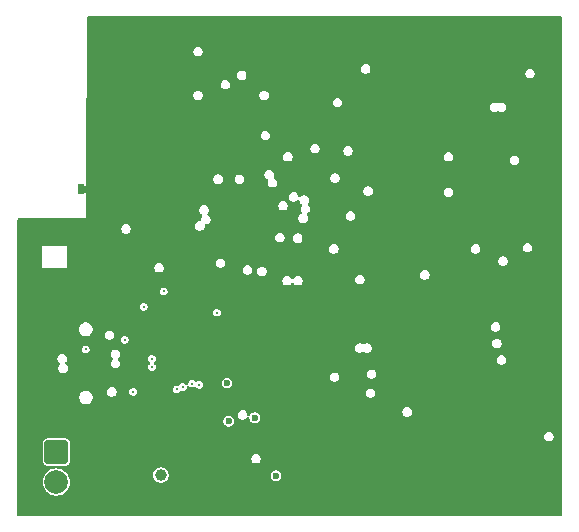
<source format=gbr>
%TF.GenerationSoftware,KiCad,Pcbnew,9.0.6*%
%TF.CreationDate,2025-12-24T13:44:06+01:00*%
%TF.ProjectId,10W-RGBW-Lars-v1,3130572d-5247-4425-972d-4c6172732d76,rev?*%
%TF.SameCoordinates,Original*%
%TF.FileFunction,Copper,L2,Inr*%
%TF.FilePolarity,Positive*%
%FSLAX46Y46*%
G04 Gerber Fmt 4.6, Leading zero omitted, Abs format (unit mm)*
G04 Created by KiCad (PCBNEW 9.0.6) date 2025-12-24 13:44:06*
%MOMM*%
%LPD*%
G01*
G04 APERTURE LIST*
G04 Aperture macros list*
%AMRoundRect*
0 Rectangle with rounded corners*
0 $1 Rounding radius*
0 $2 $3 $4 $5 $6 $7 $8 $9 X,Y pos of 4 corners*
0 Add a 4 corners polygon primitive as box body*
4,1,4,$2,$3,$4,$5,$6,$7,$8,$9,$2,$3,0*
0 Add four circle primitives for the rounded corners*
1,1,$1+$1,$2,$3*
1,1,$1+$1,$4,$5*
1,1,$1+$1,$6,$7*
1,1,$1+$1,$8,$9*
0 Add four rect primitives between the rounded corners*
20,1,$1+$1,$2,$3,$4,$5,0*
20,1,$1+$1,$4,$5,$6,$7,0*
20,1,$1+$1,$6,$7,$8,$9,0*
20,1,$1+$1,$8,$9,$2,$3,0*%
G04 Aperture macros list end*
%TA.AperFunction,HeatsinkPad*%
%ADD10O,2.100000X1.000000*%
%TD*%
%TA.AperFunction,HeatsinkPad*%
%ADD11O,1.800000X1.000000*%
%TD*%
%TA.AperFunction,HeatsinkPad*%
%ADD12C,0.500000*%
%TD*%
%TA.AperFunction,ComponentPad*%
%ADD13R,0.500000X0.900000*%
%TD*%
%TA.AperFunction,ComponentPad*%
%ADD14C,2.000000*%
%TD*%
%TA.AperFunction,ComponentPad*%
%ADD15RoundRect,0.250000X-0.750000X0.750000X-0.750000X-0.750000X0.750000X-0.750000X0.750000X0.750000X0*%
%TD*%
%TA.AperFunction,ViaPad*%
%ADD16C,0.300000*%
%TD*%
%TA.AperFunction,ViaPad*%
%ADD17C,0.600000*%
%TD*%
%TA.AperFunction,ViaPad*%
%ADD18C,1.000000*%
%TD*%
%TA.AperFunction,Conductor*%
%ADD19C,0.600000*%
%TD*%
G04 APERTURE END LIST*
D10*
%TO.N,GND*%
%TO.C,J1*%
X111905000Y-64080000D03*
D11*
X107725000Y-64080000D03*
D10*
X111905000Y-72720000D03*
D11*
X107725000Y-72720000D03*
%TD*%
D12*
%TO.N,GND*%
%TO.C,U1*%
X118625000Y-67225000D03*
X118625000Y-68375000D03*
X119775000Y-67225000D03*
X119775000Y-68375000D03*
%TD*%
%TO.N,GND*%
%TO.C,U101*%
X123680000Y-55420000D03*
X123680000Y-56420000D03*
X123680000Y-57420000D03*
X124680000Y-55420000D03*
X124680000Y-56420000D03*
X124680000Y-57420000D03*
X125680000Y-55420000D03*
X125680000Y-56420000D03*
X125680000Y-57420000D03*
%TD*%
%TO.N,GND*%
%TO.C,U202*%
X130605000Y-47605000D03*
X130605000Y-46505000D03*
%TD*%
%TO.N,GND*%
%TO.C,U302*%
X133100000Y-68400000D03*
X133100000Y-67300000D03*
%TD*%
%TO.N,GND*%
%TO.C,U402*%
X144500000Y-66450000D03*
X144500000Y-65350000D03*
%TD*%
%TO.N,GND*%
%TO.C,U502*%
X144500000Y-48000000D03*
X144500000Y-46900000D03*
%TD*%
D13*
%TO.N,GND*%
%TO.C,AE101*%
X111000000Y-53600000D03*
%TD*%
D14*
%TO.N,Net-(J601-Pin_2)*%
%TO.C,J601*%
X108900000Y-78440000D03*
D15*
%TO.N,Net-(J601-Pin_1)*%
X108900000Y-75900000D03*
%TD*%
D16*
%TO.N,GND*%
X118200000Y-52600000D03*
X118300000Y-53000000D03*
X118000000Y-53000000D03*
X116600000Y-52400000D03*
X117100000Y-53200000D03*
X117100000Y-53600000D03*
X117100000Y-54000000D03*
X116700000Y-54000000D03*
X116300000Y-54000000D03*
X115600000Y-54000000D03*
X115200000Y-53900000D03*
X115100000Y-53500000D03*
X114900000Y-53000000D03*
X114700000Y-52600000D03*
X114400000Y-52200000D03*
X114100000Y-51800000D03*
X113700000Y-51500000D03*
X113300000Y-51200000D03*
X112800000Y-51100000D03*
X112300000Y-51000000D03*
X111800000Y-50900000D03*
X112100000Y-52100000D03*
X111600000Y-52100000D03*
X112500000Y-52300000D03*
X113000000Y-52500000D03*
X113400000Y-52800000D03*
X113700000Y-53200000D03*
X113900000Y-53600000D03*
X113800000Y-54200000D03*
X113600000Y-54600000D03*
X113100000Y-54800000D03*
X112600000Y-55200000D03*
X112300000Y-55500000D03*
X112000000Y-56000000D03*
X111900000Y-56600000D03*
X111900000Y-57100000D03*
X111900000Y-57600000D03*
X111900000Y-58100000D03*
X111500000Y-58500000D03*
X110700000Y-60300000D03*
X111100000Y-60100000D03*
X111500000Y-59900000D03*
X112000000Y-59700000D03*
X112500000Y-59400000D03*
X112800000Y-58900000D03*
X113000000Y-58500000D03*
X113100000Y-57900000D03*
X113100000Y-57400000D03*
X113100000Y-56900000D03*
X113200000Y-56300000D03*
X113600000Y-55900000D03*
X114200000Y-55900000D03*
X114900000Y-55800000D03*
X115300000Y-55600000D03*
X116000000Y-55500000D03*
X116700000Y-55500000D03*
X117300000Y-55500000D03*
X117900000Y-55500000D03*
%TO.N,Net-(U1-DP)*%
X119100000Y-70600000D03*
X117000000Y-68700000D03*
%TO.N,Net-(U1-DN)*%
X117000000Y-68000000D03*
X119600000Y-70400000D03*
D17*
%TO.N,Net-(U602-FB)*%
X123500000Y-73294098D03*
X127500000Y-77900000D03*
D16*
%TO.N,Net-(J1-CC2)*%
X121000000Y-70200000D03*
X115400000Y-70800000D03*
%TO.N,Net-(J1-CC1)*%
X120400000Y-70100000D03*
X111400000Y-67200000D03*
%TO.N,Net-(D1-A)*%
X114700000Y-66400000D03*
D17*
%TO.N,/Vbus*%
X123350000Y-70050000D03*
X125700000Y-73000000D03*
D18*
X117750000Y-77850000D03*
D16*
X116300000Y-63600000D03*
X122500000Y-64100000D03*
%TO.N,+5V*%
X118000000Y-62301000D03*
%TO.N,GND*%
X121400000Y-64200000D03*
D17*
X127500000Y-64200000D03*
X129700000Y-63200000D03*
D16*
X110400000Y-57500000D03*
X116992654Y-69241593D03*
X109000000Y-61800000D03*
X120300000Y-71800000D03*
D17*
X130600000Y-58100000D03*
X124500000Y-78500000D03*
X117000000Y-80300000D03*
D16*
X119200000Y-64500000D03*
D17*
X138900000Y-46200000D03*
X143800000Y-76000000D03*
X123800000Y-63934300D03*
X140400000Y-69900000D03*
X117200000Y-79100000D03*
X132100000Y-75600000D03*
X149500000Y-41700000D03*
D16*
X126600000Y-69900000D03*
X116300000Y-62900000D03*
D17*
X118600000Y-55500000D03*
D16*
X121600000Y-65800000D03*
D17*
X136700000Y-54800000D03*
X130700000Y-43400000D03*
X119800000Y-53700000D03*
X145400000Y-70600000D03*
X137100000Y-76700000D03*
X125669669Y-65330331D03*
X140200000Y-57200000D03*
X144600000Y-70100000D03*
X133400000Y-56900000D03*
X118600000Y-56400000D03*
X126900000Y-79000000D03*
X121625003Y-70200000D03*
D16*
X123400000Y-71500000D03*
D17*
X142900000Y-65900000D03*
X140900000Y-47800000D03*
D16*
X126400000Y-68200000D03*
D17*
X132400000Y-56800000D03*
X150800000Y-45700000D03*
X113400000Y-42200000D03*
X138800000Y-49500000D03*
X118000000Y-47500000D03*
X140900000Y-56600000D03*
X132800000Y-40200000D03*
D16*
X107200000Y-61000000D03*
X115400000Y-74700000D03*
X130200000Y-74400000D03*
D17*
X143400000Y-80400000D03*
X124200000Y-49900000D03*
D16*
X123100000Y-66400000D03*
D17*
X118085873Y-72456878D03*
D16*
X130700000Y-75800000D03*
X128175840Y-58692654D03*
D17*
X142600000Y-54900000D03*
D16*
X118100000Y-51300000D03*
D17*
X136300000Y-57800000D03*
X151300000Y-63200000D03*
X130000000Y-48900000D03*
X150300000Y-49100000D03*
X135500000Y-42100000D03*
D16*
X115612467Y-58949508D03*
D17*
X135500000Y-41100000D03*
X139980331Y-65380331D03*
X140200000Y-55800000D03*
X123900000Y-61100000D03*
X131200000Y-76400000D03*
D16*
X115300000Y-73200000D03*
D17*
X145100000Y-67900000D03*
D16*
X117000000Y-64100000D03*
D17*
X140900000Y-50600000D03*
X123983591Y-45516409D03*
X122300000Y-77700000D03*
X144700000Y-44100000D03*
D16*
X131200000Y-75600000D03*
D17*
X123700000Y-78400000D03*
X126100000Y-61900000D03*
X150200000Y-59100000D03*
X131400000Y-56800000D03*
X124300000Y-77700000D03*
X150700000Y-44800000D03*
X112800000Y-43400000D03*
D16*
X107200000Y-58100000D03*
X107200000Y-59500000D03*
D17*
X144400000Y-80200000D03*
X147000000Y-40300000D03*
X143800000Y-71700000D03*
D16*
X127100000Y-69000000D03*
D17*
X112600000Y-39800000D03*
D16*
X109300000Y-57000000D03*
D17*
X113400000Y-80800000D03*
X137800000Y-57700000D03*
X144000000Y-49100000D03*
X139200000Y-55200000D03*
D16*
X115400000Y-73900000D03*
D17*
X137600000Y-54100000D03*
X121400000Y-77100000D03*
X118900000Y-53700000D03*
X140000000Y-48200000D03*
X119300000Y-56400000D03*
X139000000Y-80400000D03*
X150600000Y-62400000D03*
X117500000Y-73100000D03*
X150800000Y-64100000D03*
X144100000Y-50200000D03*
X138400000Y-50600000D03*
X135600000Y-49000000D03*
X131600000Y-55000000D03*
X120100000Y-56400000D03*
X138400000Y-56700000D03*
X118200000Y-48600000D03*
X141800000Y-63900000D03*
X127000000Y-80300000D03*
X119500000Y-55500000D03*
X139300000Y-54000000D03*
X135700000Y-77200000D03*
X116800000Y-57400000D03*
D16*
X118783393Y-57857475D03*
D17*
X140400000Y-54300000D03*
D16*
X107800000Y-57000000D03*
D17*
X145500000Y-76500000D03*
D16*
X107300000Y-57600000D03*
D17*
X135400000Y-79200000D03*
D16*
X109700000Y-61800000D03*
D17*
X136500000Y-53800000D03*
X112100000Y-45200000D03*
D16*
X129700000Y-70300000D03*
X130600000Y-71400000D03*
D17*
X135700000Y-54800000D03*
X141800000Y-55700000D03*
D16*
X107200000Y-58700000D03*
D17*
X121600000Y-61800000D03*
X139900000Y-50600000D03*
X144600000Y-71100000D03*
X121500000Y-53700000D03*
X142300000Y-80500000D03*
D16*
X113945266Y-63008018D03*
D17*
X139700000Y-49400000D03*
X149500000Y-60700000D03*
D16*
X108200000Y-61700000D03*
D17*
X148300000Y-40200000D03*
X137400000Y-43900000D03*
X119100000Y-76600000D03*
X132500000Y-55000000D03*
D16*
X124300000Y-50900000D03*
D17*
X151400000Y-69400000D03*
X130700000Y-45200000D03*
X117305630Y-69782587D03*
D16*
X108400000Y-57000000D03*
D17*
X139200000Y-57100000D03*
X137600000Y-55200000D03*
X130800000Y-48900000D03*
D16*
X117011122Y-70184635D03*
D17*
X136405000Y-48705000D03*
X140900000Y-49500000D03*
D16*
X110000000Y-57100000D03*
D17*
X112500000Y-41300000D03*
X135200000Y-75800000D03*
X139300000Y-50600000D03*
X118000000Y-52000000D03*
D16*
X127300000Y-70500000D03*
X110500000Y-58200000D03*
D17*
X120600000Y-53700000D03*
D16*
X113000000Y-74000000D03*
X117100000Y-62900000D03*
D17*
X144300000Y-77000000D03*
X143800000Y-70600000D03*
X133100000Y-48300000D03*
D16*
X110200000Y-61600000D03*
X122200000Y-65000000D03*
X110300000Y-61000000D03*
D17*
X144300000Y-42900000D03*
D16*
X110300000Y-60500000D03*
D17*
X149800000Y-81000000D03*
X138900000Y-47200000D03*
X129300000Y-79600000D03*
X138000000Y-63000000D03*
X124400000Y-47900000D03*
X127800000Y-45500000D03*
X143500000Y-67400000D03*
X151100000Y-57000000D03*
X134600000Y-77100000D03*
X138200000Y-48000000D03*
X123300000Y-77700000D03*
X134200000Y-79600000D03*
X136500000Y-56400000D03*
X137000000Y-57200000D03*
X138900000Y-69500000D03*
D16*
X118097154Y-59702172D03*
X111100000Y-58500000D03*
X107500000Y-61500000D03*
X117800000Y-50900000D03*
D17*
X133900000Y-40300000D03*
X120800000Y-66100000D03*
X140700000Y-69200000D03*
X122300000Y-62000000D03*
X121200000Y-76000000D03*
D16*
X115470201Y-71721779D03*
X115841182Y-64529532D03*
D17*
X150700000Y-70000000D03*
X139400000Y-66000000D03*
X129700000Y-80400000D03*
X145400000Y-71700000D03*
X149900000Y-67500000D03*
X118000000Y-76500000D03*
D16*
X113400000Y-72700000D03*
D17*
X117700000Y-56400000D03*
X141100000Y-55100000D03*
X138400000Y-55700000D03*
X113300000Y-46400000D03*
D16*
X122900000Y-71600000D03*
D17*
X118700000Y-46700000D03*
X149300000Y-42500000D03*
X117800000Y-81000000D03*
X135000000Y-40100000D03*
X136900000Y-55800000D03*
X139200000Y-56100000D03*
X151100000Y-80000000D03*
D16*
X107200000Y-60100000D03*
X118700000Y-57400000D03*
D17*
X138000000Y-62000000D03*
X138400000Y-54800000D03*
X147500000Y-69600000D03*
D16*
X115500000Y-72600000D03*
X113500000Y-71800000D03*
D17*
X140500000Y-53500000D03*
X120300000Y-76700000D03*
X141200000Y-54300000D03*
X137600000Y-56300000D03*
X120900000Y-53000000D03*
X126700000Y-64000000D03*
X146200000Y-71100000D03*
X115500000Y-61400000D03*
X121200000Y-75000000D03*
%TD*%
D19*
%TO.N,GND*%
X112600000Y-53600000D02*
X112700000Y-53700000D01*
X111000000Y-53600000D02*
X112600000Y-53600000D01*
%TD*%
%TA.AperFunction,Conductor*%
%TO.N,GND*%
G36*
X151642539Y-39020185D02*
G01*
X151688294Y-39072989D01*
X151699500Y-39124500D01*
X151699500Y-81175500D01*
X151679815Y-81242539D01*
X151627011Y-81288294D01*
X151575500Y-81299500D01*
X105724500Y-81299500D01*
X105657461Y-81279815D01*
X105611706Y-81227011D01*
X105600500Y-81175500D01*
X105600500Y-75118475D01*
X107749500Y-75118475D01*
X107749500Y-76681517D01*
X107760292Y-76749657D01*
X107764354Y-76775304D01*
X107821950Y-76888342D01*
X107821952Y-76888344D01*
X107821954Y-76888347D01*
X107911652Y-76978045D01*
X107911654Y-76978046D01*
X107911658Y-76978050D01*
X108024694Y-77035645D01*
X108024698Y-77035647D01*
X108118475Y-77050499D01*
X108118481Y-77050500D01*
X108742873Y-77050499D01*
X108809910Y-77070183D01*
X108855665Y-77122987D01*
X108865609Y-77192146D01*
X108836584Y-77255702D01*
X108777806Y-77293476D01*
X108762270Y-77296972D01*
X108630589Y-77317829D01*
X108458363Y-77373787D01*
X108458360Y-77373788D01*
X108297002Y-77456006D01*
X108150505Y-77562441D01*
X108150500Y-77562445D01*
X108022445Y-77690500D01*
X108022441Y-77690505D01*
X107916006Y-77837002D01*
X107833788Y-77998360D01*
X107833787Y-77998363D01*
X107777829Y-78170589D01*
X107749500Y-78349448D01*
X107749500Y-78530551D01*
X107777829Y-78709410D01*
X107833787Y-78881636D01*
X107833788Y-78881639D01*
X107916006Y-79042997D01*
X108022441Y-79189494D01*
X108022445Y-79189499D01*
X108150500Y-79317554D01*
X108150505Y-79317558D01*
X108278287Y-79410396D01*
X108297006Y-79423996D01*
X108402484Y-79477740D01*
X108458360Y-79506211D01*
X108458363Y-79506212D01*
X108544476Y-79534191D01*
X108630591Y-79562171D01*
X108713429Y-79575291D01*
X108809449Y-79590500D01*
X108809454Y-79590500D01*
X108990551Y-79590500D01*
X109077259Y-79576765D01*
X109169409Y-79562171D01*
X109341639Y-79506211D01*
X109502994Y-79423996D01*
X109649501Y-79317553D01*
X109777553Y-79189501D01*
X109883996Y-79042994D01*
X109966211Y-78881639D01*
X110022171Y-78709409D01*
X110036765Y-78617259D01*
X110050500Y-78530551D01*
X110050500Y-78349448D01*
X110034019Y-78245397D01*
X110022171Y-78170591D01*
X109994191Y-78084476D01*
X109966212Y-77998363D01*
X109966211Y-77998360D01*
X109923263Y-77914071D01*
X117099499Y-77914071D01*
X117124497Y-78039738D01*
X117124499Y-78039744D01*
X117173533Y-78158124D01*
X117173538Y-78158133D01*
X117244723Y-78264668D01*
X117244726Y-78264672D01*
X117335327Y-78355273D01*
X117335331Y-78355276D01*
X117441866Y-78426461D01*
X117441872Y-78426464D01*
X117441873Y-78426465D01*
X117560256Y-78475501D01*
X117560260Y-78475501D01*
X117560261Y-78475502D01*
X117685928Y-78500500D01*
X117685931Y-78500500D01*
X117814071Y-78500500D01*
X117898615Y-78483682D01*
X117939744Y-78475501D01*
X118058127Y-78426465D01*
X118164669Y-78355276D01*
X118255276Y-78264669D01*
X118326465Y-78158127D01*
X118375501Y-78039744D01*
X118400500Y-77914069D01*
X118400500Y-77840691D01*
X127049500Y-77840691D01*
X127049500Y-77959309D01*
X127080201Y-78073886D01*
X127139511Y-78176613D01*
X127223387Y-78260489D01*
X127326114Y-78319799D01*
X127440691Y-78350500D01*
X127440694Y-78350500D01*
X127559306Y-78350500D01*
X127559309Y-78350500D01*
X127673886Y-78319799D01*
X127776613Y-78260489D01*
X127860489Y-78176613D01*
X127919799Y-78073886D01*
X127950500Y-77959309D01*
X127950500Y-77840691D01*
X127919799Y-77726114D01*
X127860489Y-77623387D01*
X127776613Y-77539511D01*
X127673886Y-77480201D01*
X127559309Y-77449500D01*
X127440691Y-77449500D01*
X127326114Y-77480201D01*
X127326112Y-77480201D01*
X127326112Y-77480202D01*
X127223387Y-77539511D01*
X127223384Y-77539513D01*
X127139513Y-77623384D01*
X127139511Y-77623387D01*
X127100764Y-77690499D01*
X127080201Y-77726114D01*
X127049500Y-77840691D01*
X118400500Y-77840691D01*
X118400500Y-77785931D01*
X118400500Y-77785928D01*
X118375502Y-77660261D01*
X118375501Y-77660260D01*
X118375501Y-77660256D01*
X118326465Y-77541873D01*
X118326464Y-77541872D01*
X118326461Y-77541866D01*
X118255276Y-77435331D01*
X118255273Y-77435327D01*
X118164672Y-77344726D01*
X118164668Y-77344723D01*
X118058133Y-77273538D01*
X118058124Y-77273533D01*
X117939744Y-77224499D01*
X117939738Y-77224497D01*
X117814071Y-77199500D01*
X117814069Y-77199500D01*
X117685931Y-77199500D01*
X117685929Y-77199500D01*
X117560261Y-77224497D01*
X117560255Y-77224499D01*
X117441875Y-77273533D01*
X117441866Y-77273538D01*
X117335331Y-77344723D01*
X117335327Y-77344726D01*
X117244726Y-77435327D01*
X117244723Y-77435331D01*
X117173538Y-77541866D01*
X117173533Y-77541875D01*
X117124499Y-77660255D01*
X117124497Y-77660261D01*
X117099500Y-77785928D01*
X117099500Y-77785931D01*
X117099500Y-77914069D01*
X117099500Y-77914071D01*
X117099499Y-77914071D01*
X109923263Y-77914071D01*
X109883995Y-77837004D01*
X109777558Y-77690505D01*
X109777554Y-77690500D01*
X109649499Y-77562445D01*
X109649494Y-77562441D01*
X109502997Y-77456006D01*
X109502996Y-77456005D01*
X109502994Y-77456004D01*
X109451300Y-77429664D01*
X109341639Y-77373788D01*
X109341636Y-77373787D01*
X109169410Y-77317829D01*
X109037728Y-77296972D01*
X108974594Y-77267042D01*
X108937663Y-77207731D01*
X108938661Y-77137868D01*
X108977271Y-77079636D01*
X109041235Y-77051522D01*
X109057120Y-77050499D01*
X109681518Y-77050499D01*
X109775304Y-77035646D01*
X109888342Y-76978050D01*
X109978050Y-76888342D01*
X110035646Y-76775304D01*
X110035646Y-76775302D01*
X110035647Y-76775301D01*
X110050500Y-76681524D01*
X110050500Y-76419398D01*
X125399500Y-76419398D01*
X125399500Y-76524852D01*
X125426793Y-76626712D01*
X125479520Y-76718038D01*
X125554087Y-76792605D01*
X125645413Y-76845332D01*
X125747273Y-76872625D01*
X125747275Y-76872625D01*
X125852725Y-76872625D01*
X125852727Y-76872625D01*
X125954587Y-76845332D01*
X126045913Y-76792605D01*
X126120480Y-76718038D01*
X126173207Y-76626712D01*
X126200500Y-76524852D01*
X126200500Y-76419398D01*
X126173207Y-76317538D01*
X126120480Y-76226212D01*
X126045913Y-76151645D01*
X125954587Y-76098918D01*
X125852727Y-76071625D01*
X125747273Y-76071625D01*
X125645413Y-76098918D01*
X125645410Y-76098919D01*
X125554085Y-76151646D01*
X125479521Y-76226210D01*
X125426794Y-76317535D01*
X125426793Y-76317538D01*
X125399500Y-76419398D01*
X110050500Y-76419398D01*
X110050500Y-76411271D01*
X110050499Y-75118482D01*
X110050498Y-75118475D01*
X110035646Y-75024696D01*
X109978050Y-74911658D01*
X109978046Y-74911654D01*
X109978045Y-74911652D01*
X109888347Y-74821954D01*
X109888344Y-74821952D01*
X109888342Y-74821950D01*
X109811517Y-74782805D01*
X109775301Y-74764352D01*
X109681524Y-74749500D01*
X108118482Y-74749500D01*
X108037519Y-74762323D01*
X108024696Y-74764354D01*
X107911658Y-74821950D01*
X107911657Y-74821951D01*
X107911652Y-74821954D01*
X107821954Y-74911652D01*
X107821951Y-74911657D01*
X107764352Y-75024698D01*
X107749500Y-75118475D01*
X105600500Y-75118475D01*
X105600500Y-74547273D01*
X150199500Y-74547273D01*
X150199500Y-74652727D01*
X150226793Y-74754587D01*
X150279520Y-74845913D01*
X150354087Y-74920480D01*
X150445413Y-74973207D01*
X150547273Y-75000500D01*
X150547275Y-75000500D01*
X150652725Y-75000500D01*
X150652727Y-75000500D01*
X150754587Y-74973207D01*
X150845913Y-74920480D01*
X150920480Y-74845913D01*
X150973207Y-74754587D01*
X151000500Y-74652727D01*
X151000500Y-74547273D01*
X150973207Y-74445413D01*
X150920480Y-74354087D01*
X150845913Y-74279520D01*
X150754587Y-74226793D01*
X150652727Y-74199500D01*
X150547273Y-74199500D01*
X150445413Y-74226793D01*
X150445410Y-74226794D01*
X150354085Y-74279521D01*
X150279521Y-74354085D01*
X150226794Y-74445410D01*
X150226793Y-74445413D01*
X150199500Y-74547273D01*
X105600500Y-74547273D01*
X105600500Y-73234789D01*
X123049500Y-73234789D01*
X123049500Y-73353407D01*
X123080201Y-73467984D01*
X123139511Y-73570711D01*
X123223387Y-73654587D01*
X123326114Y-73713897D01*
X123440691Y-73744598D01*
X123440694Y-73744598D01*
X123559306Y-73744598D01*
X123559309Y-73744598D01*
X123673886Y-73713897D01*
X123776613Y-73654587D01*
X123860489Y-73570711D01*
X123919799Y-73467984D01*
X123950500Y-73353407D01*
X123950500Y-73234789D01*
X123919799Y-73120212D01*
X123860489Y-73017485D01*
X123776613Y-72933609D01*
X123673886Y-72874299D01*
X123559309Y-72843598D01*
X123440691Y-72843598D01*
X123326114Y-72874299D01*
X123326112Y-72874299D01*
X123326112Y-72874300D01*
X123223387Y-72933609D01*
X123223384Y-72933611D01*
X123139513Y-73017482D01*
X123139511Y-73017485D01*
X123080201Y-73120212D01*
X123049500Y-73234789D01*
X105600500Y-73234789D01*
X105600500Y-72697273D01*
X124273459Y-72697273D01*
X124273459Y-72802727D01*
X124300752Y-72904587D01*
X124353479Y-72995913D01*
X124428046Y-73070480D01*
X124519372Y-73123207D01*
X124621232Y-73150500D01*
X124621234Y-73150500D01*
X124726684Y-73150500D01*
X124726686Y-73150500D01*
X124828546Y-73123207D01*
X124919872Y-73070480D01*
X124994439Y-72995913D01*
X125018114Y-72954905D01*
X125068680Y-72906692D01*
X125137287Y-72893468D01*
X125202151Y-72919436D01*
X125242680Y-72976350D01*
X125249500Y-73016907D01*
X125249500Y-73059309D01*
X125280201Y-73173886D01*
X125339511Y-73276613D01*
X125423387Y-73360489D01*
X125526114Y-73419799D01*
X125640691Y-73450500D01*
X125640694Y-73450500D01*
X125759306Y-73450500D01*
X125759309Y-73450500D01*
X125873886Y-73419799D01*
X125976613Y-73360489D01*
X126060489Y-73276613D01*
X126119799Y-73173886D01*
X126150500Y-73059309D01*
X126150500Y-72940691D01*
X126119799Y-72826114D01*
X126060489Y-72723387D01*
X125976613Y-72639511D01*
X125873886Y-72580201D01*
X125759309Y-72549500D01*
X125640691Y-72549500D01*
X125526114Y-72580201D01*
X125526112Y-72580201D01*
X125526112Y-72580202D01*
X125423387Y-72639511D01*
X125423384Y-72639513D01*
X125339513Y-72723384D01*
X125339511Y-72723387D01*
X125305846Y-72781696D01*
X125255278Y-72829911D01*
X125186671Y-72843133D01*
X125121806Y-72817165D01*
X125081278Y-72760250D01*
X125074459Y-72719695D01*
X125074459Y-72697275D01*
X125074459Y-72697273D01*
X125047166Y-72595413D01*
X124994439Y-72504087D01*
X124937625Y-72447273D01*
X138199500Y-72447273D01*
X138199500Y-72552727D01*
X138226793Y-72654587D01*
X138279520Y-72745913D01*
X138354087Y-72820480D01*
X138445413Y-72873207D01*
X138547273Y-72900500D01*
X138547275Y-72900500D01*
X138652725Y-72900500D01*
X138652727Y-72900500D01*
X138754587Y-72873207D01*
X138845913Y-72820480D01*
X138920480Y-72745913D01*
X138973207Y-72654587D01*
X139000500Y-72552727D01*
X139000500Y-72447273D01*
X138973207Y-72345413D01*
X138920480Y-72254087D01*
X138845913Y-72179520D01*
X138754587Y-72126793D01*
X138652727Y-72099500D01*
X138547273Y-72099500D01*
X138445413Y-72126793D01*
X138445410Y-72126794D01*
X138354085Y-72179521D01*
X138279521Y-72254085D01*
X138226794Y-72345410D01*
X138226793Y-72345413D01*
X138199500Y-72447273D01*
X124937625Y-72447273D01*
X124919872Y-72429520D01*
X124828546Y-72376793D01*
X124726686Y-72349500D01*
X124621232Y-72349500D01*
X124519372Y-72376793D01*
X124519369Y-72376794D01*
X124428044Y-72429521D01*
X124353480Y-72504085D01*
X124300753Y-72595410D01*
X124300752Y-72595413D01*
X124273459Y-72697273D01*
X105600500Y-72697273D01*
X105600500Y-71214234D01*
X110829500Y-71214234D01*
X110829500Y-71365765D01*
X110868719Y-71512136D01*
X110906602Y-71577750D01*
X110944485Y-71643365D01*
X111051635Y-71750515D01*
X111182865Y-71826281D01*
X111329234Y-71865500D01*
X111329236Y-71865500D01*
X111480764Y-71865500D01*
X111480766Y-71865500D01*
X111627135Y-71826281D01*
X111758365Y-71750515D01*
X111865515Y-71643365D01*
X111941281Y-71512135D01*
X111980500Y-71365766D01*
X111980500Y-71214234D01*
X111941281Y-71067865D01*
X111937007Y-71060463D01*
X111931129Y-71050281D01*
X111865515Y-70936635D01*
X111758365Y-70829485D01*
X111692750Y-70791602D01*
X111627136Y-70753719D01*
X111603079Y-70747273D01*
X113199500Y-70747273D01*
X113199500Y-70852727D01*
X113226793Y-70954587D01*
X113279520Y-71045913D01*
X113354087Y-71120480D01*
X113445413Y-71173207D01*
X113547273Y-71200500D01*
X113547275Y-71200500D01*
X113652725Y-71200500D01*
X113652727Y-71200500D01*
X113754587Y-71173207D01*
X113845913Y-71120480D01*
X113920480Y-71045913D01*
X113973207Y-70954587D01*
X114000500Y-70852727D01*
X114000500Y-70757147D01*
X115074500Y-70757147D01*
X115074500Y-70842853D01*
X115090702Y-70903318D01*
X115096682Y-70925637D01*
X115096685Y-70925644D01*
X115139530Y-70999855D01*
X115139534Y-70999860D01*
X115139535Y-70999862D01*
X115200138Y-71060465D01*
X115200140Y-71060466D01*
X115200144Y-71060469D01*
X115274355Y-71103314D01*
X115274362Y-71103318D01*
X115357147Y-71125500D01*
X115357149Y-71125500D01*
X115442851Y-71125500D01*
X115442853Y-71125500D01*
X115525638Y-71103318D01*
X115599862Y-71060465D01*
X115660465Y-70999862D01*
X115703318Y-70925638D01*
X115725500Y-70842853D01*
X115725500Y-70757147D01*
X115703318Y-70674362D01*
X115695295Y-70660465D01*
X115666748Y-70611019D01*
X115660469Y-70600144D01*
X115660463Y-70600136D01*
X115617474Y-70557147D01*
X118774500Y-70557147D01*
X118774500Y-70642853D01*
X118796246Y-70724008D01*
X118796682Y-70725637D01*
X118796685Y-70725644D01*
X118839530Y-70799855D01*
X118839534Y-70799860D01*
X118839535Y-70799862D01*
X118900138Y-70860465D01*
X118900140Y-70860466D01*
X118900144Y-70860469D01*
X118974355Y-70903314D01*
X118974362Y-70903318D01*
X119057147Y-70925500D01*
X119057149Y-70925500D01*
X119142851Y-70925500D01*
X119142853Y-70925500D01*
X119225638Y-70903318D01*
X119299862Y-70860465D01*
X119313054Y-70847273D01*
X135099500Y-70847273D01*
X135099500Y-70952727D01*
X135099999Y-70954587D01*
X135126793Y-71054586D01*
X135126794Y-71054589D01*
X135130187Y-71060465D01*
X135179520Y-71145913D01*
X135254087Y-71220480D01*
X135345413Y-71273207D01*
X135447273Y-71300500D01*
X135447275Y-71300500D01*
X135552725Y-71300500D01*
X135552727Y-71300500D01*
X135654587Y-71273207D01*
X135745913Y-71220480D01*
X135820480Y-71145913D01*
X135873207Y-71054587D01*
X135900500Y-70952727D01*
X135900500Y-70847273D01*
X135873207Y-70745413D01*
X135820480Y-70654087D01*
X135745913Y-70579520D01*
X135654587Y-70526793D01*
X135552727Y-70499500D01*
X135447273Y-70499500D01*
X135345413Y-70526793D01*
X135345410Y-70526794D01*
X135254085Y-70579521D01*
X135179521Y-70654085D01*
X135126794Y-70745410D01*
X135126793Y-70745413D01*
X135099500Y-70847273D01*
X119313054Y-70847273D01*
X119360465Y-70799862D01*
X119376421Y-70772224D01*
X119426987Y-70724008D01*
X119486661Y-70710256D01*
X119501531Y-70710598D01*
X119557147Y-70725500D01*
X119642853Y-70725500D01*
X119725638Y-70703318D01*
X119799862Y-70660465D01*
X119860465Y-70599862D01*
X119903318Y-70525638D01*
X119925500Y-70442853D01*
X119925500Y-70385189D01*
X119945185Y-70318150D01*
X119997989Y-70272395D01*
X120067147Y-70262451D01*
X120130703Y-70291476D01*
X120137181Y-70297508D01*
X120139535Y-70299862D01*
X120200138Y-70360465D01*
X120200140Y-70360466D01*
X120200144Y-70360469D01*
X120268854Y-70400138D01*
X120274362Y-70403318D01*
X120357147Y-70425500D01*
X120357149Y-70425500D01*
X120442851Y-70425500D01*
X120442853Y-70425500D01*
X120525638Y-70403318D01*
X120581530Y-70371048D01*
X120649429Y-70354576D01*
X120715456Y-70377428D01*
X120733277Y-70394625D01*
X120733788Y-70394115D01*
X120739535Y-70399862D01*
X120800138Y-70460465D01*
X120800140Y-70460466D01*
X120800144Y-70460469D01*
X120824196Y-70474355D01*
X120874362Y-70503318D01*
X120957147Y-70525500D01*
X120957149Y-70525500D01*
X121042851Y-70525500D01*
X121042853Y-70525500D01*
X121125638Y-70503318D01*
X121199862Y-70460465D01*
X121260465Y-70399862D01*
X121303318Y-70325638D01*
X121325500Y-70242853D01*
X121325500Y-70157147D01*
X121303318Y-70074362D01*
X121260465Y-70000138D01*
X121251018Y-69990691D01*
X122899500Y-69990691D01*
X122899500Y-70109309D01*
X122930201Y-70223886D01*
X122989511Y-70326613D01*
X123073387Y-70410489D01*
X123176114Y-70469799D01*
X123290691Y-70500500D01*
X123290694Y-70500500D01*
X123409306Y-70500500D01*
X123409309Y-70500500D01*
X123523886Y-70469799D01*
X123626613Y-70410489D01*
X123710489Y-70326613D01*
X123769799Y-70223886D01*
X123800500Y-70109309D01*
X123800500Y-69990691D01*
X123769799Y-69876114D01*
X123710489Y-69773387D01*
X123626613Y-69689511D01*
X123523886Y-69630201D01*
X123447104Y-69609627D01*
X123430909Y-69605287D01*
X123409309Y-69599500D01*
X123290691Y-69599500D01*
X123176114Y-69630201D01*
X123176112Y-69630201D01*
X123176112Y-69630202D01*
X123073387Y-69689511D01*
X123073384Y-69689513D01*
X122989513Y-69773384D01*
X122989511Y-69773387D01*
X122933046Y-69871187D01*
X122930201Y-69876114D01*
X122899500Y-69990691D01*
X121251018Y-69990691D01*
X121199862Y-69939535D01*
X121199860Y-69939534D01*
X121199855Y-69939530D01*
X121125644Y-69896685D01*
X121125640Y-69896683D01*
X121125638Y-69896682D01*
X121042853Y-69874500D01*
X120957147Y-69874500D01*
X120874362Y-69896682D01*
X120874357Y-69896684D01*
X120818468Y-69928951D01*
X120750568Y-69945422D01*
X120684541Y-69922569D01*
X120666722Y-69905374D01*
X120666212Y-69905885D01*
X120599863Y-69839536D01*
X120599855Y-69839530D01*
X120525644Y-69796685D01*
X120525640Y-69796683D01*
X120525638Y-69796682D01*
X120442853Y-69774500D01*
X120357147Y-69774500D01*
X120274362Y-69796682D01*
X120274355Y-69796685D01*
X120200144Y-69839530D01*
X120200136Y-69839536D01*
X120139536Y-69900136D01*
X120139530Y-69900144D01*
X120096685Y-69974355D01*
X120096682Y-69974362D01*
X120074500Y-70057147D01*
X120074500Y-70114811D01*
X120054815Y-70181850D01*
X120002011Y-70227605D01*
X119932853Y-70237549D01*
X119869297Y-70208524D01*
X119862819Y-70202492D01*
X119799863Y-70139536D01*
X119799855Y-70139530D01*
X119725644Y-70096685D01*
X119725640Y-70096683D01*
X119725638Y-70096682D01*
X119642853Y-70074500D01*
X119557147Y-70074500D01*
X119474362Y-70096682D01*
X119474355Y-70096685D01*
X119400144Y-70139530D01*
X119400136Y-70139536D01*
X119339536Y-70200136D01*
X119339532Y-70200141D01*
X119323576Y-70227778D01*
X119273008Y-70275993D01*
X119204401Y-70289214D01*
X119184098Y-70285551D01*
X119142854Y-70274500D01*
X119142853Y-70274500D01*
X119057147Y-70274500D01*
X118974362Y-70296682D01*
X118974355Y-70296685D01*
X118900144Y-70339530D01*
X118900136Y-70339536D01*
X118839536Y-70400136D01*
X118839530Y-70400144D01*
X118796685Y-70474355D01*
X118796682Y-70474362D01*
X118774500Y-70557147D01*
X115617474Y-70557147D01*
X115599863Y-70539536D01*
X115599855Y-70539530D01*
X115525644Y-70496685D01*
X115525640Y-70496683D01*
X115525638Y-70496682D01*
X115442853Y-70474500D01*
X115357147Y-70474500D01*
X115274362Y-70496682D01*
X115274355Y-70496685D01*
X115200144Y-70539530D01*
X115200136Y-70539536D01*
X115139536Y-70600136D01*
X115139530Y-70600144D01*
X115096685Y-70674355D01*
X115096682Y-70674362D01*
X115074500Y-70757147D01*
X114000500Y-70757147D01*
X114000500Y-70747273D01*
X113973207Y-70645413D01*
X113920480Y-70554087D01*
X113845913Y-70479520D01*
X113754587Y-70426793D01*
X113652727Y-70399500D01*
X113547273Y-70399500D01*
X113445413Y-70426793D01*
X113445410Y-70426794D01*
X113354085Y-70479521D01*
X113279521Y-70554085D01*
X113226794Y-70645410D01*
X113226793Y-70645413D01*
X113199500Y-70747273D01*
X111603079Y-70747273D01*
X111521819Y-70725500D01*
X111480766Y-70714500D01*
X111329234Y-70714500D01*
X111182863Y-70753719D01*
X111051635Y-70829485D01*
X111051632Y-70829487D01*
X110944487Y-70936632D01*
X110944485Y-70936635D01*
X110868719Y-71067863D01*
X110829500Y-71214234D01*
X105600500Y-71214234D01*
X105600500Y-69497980D01*
X132048793Y-69497980D01*
X132048793Y-69603434D01*
X132076086Y-69705294D01*
X132128813Y-69796620D01*
X132203380Y-69871187D01*
X132294706Y-69923914D01*
X132396566Y-69951207D01*
X132396568Y-69951207D01*
X132502018Y-69951207D01*
X132502020Y-69951207D01*
X132603880Y-69923914D01*
X132695206Y-69871187D01*
X132769773Y-69796620D01*
X132822500Y-69705294D01*
X132849793Y-69603434D01*
X132849793Y-69497980D01*
X132822500Y-69396120D01*
X132769773Y-69304794D01*
X132712252Y-69247273D01*
X135199500Y-69247273D01*
X135199500Y-69352727D01*
X135226793Y-69454587D01*
X135279520Y-69545913D01*
X135354087Y-69620480D01*
X135445413Y-69673207D01*
X135547273Y-69700500D01*
X135547275Y-69700500D01*
X135652725Y-69700500D01*
X135652727Y-69700500D01*
X135754587Y-69673207D01*
X135845913Y-69620480D01*
X135920480Y-69545913D01*
X135973207Y-69454587D01*
X136000500Y-69352727D01*
X136000500Y-69247273D01*
X135973207Y-69145413D01*
X135920480Y-69054087D01*
X135845913Y-68979520D01*
X135754587Y-68926793D01*
X135652727Y-68899500D01*
X135547273Y-68899500D01*
X135445413Y-68926793D01*
X135445410Y-68926794D01*
X135354085Y-68979521D01*
X135279521Y-69054085D01*
X135226794Y-69145410D01*
X135226793Y-69145413D01*
X135199500Y-69247273D01*
X132712252Y-69247273D01*
X132695206Y-69230227D01*
X132603880Y-69177500D01*
X132502020Y-69150207D01*
X132396566Y-69150207D01*
X132294706Y-69177500D01*
X132294703Y-69177501D01*
X132203378Y-69230228D01*
X132128814Y-69304792D01*
X132076087Y-69396117D01*
X132076086Y-69396120D01*
X132048793Y-69497980D01*
X105600500Y-69497980D01*
X105600500Y-67947273D01*
X108999500Y-67947273D01*
X108999500Y-68052727D01*
X109026793Y-68154587D01*
X109079520Y-68245913D01*
X109154087Y-68320480D01*
X109162982Y-68325616D01*
X109211197Y-68376179D01*
X109224422Y-68444786D01*
X109198455Y-68509651D01*
X109188665Y-68520682D01*
X109155262Y-68554085D01*
X109102535Y-68645410D01*
X109102534Y-68645413D01*
X109075241Y-68747273D01*
X109075241Y-68852726D01*
X109102534Y-68954586D01*
X109102535Y-68954589D01*
X109105928Y-68960465D01*
X109155261Y-69045913D01*
X109229828Y-69120480D01*
X109321154Y-69173207D01*
X109423014Y-69200500D01*
X109423016Y-69200500D01*
X109528466Y-69200500D01*
X109528468Y-69200500D01*
X109630328Y-69173207D01*
X109721654Y-69120480D01*
X109796221Y-69045913D01*
X109848948Y-68954587D01*
X109876241Y-68852727D01*
X109876241Y-68747273D01*
X109848948Y-68645413D01*
X109796221Y-68554087D01*
X109721654Y-68479520D01*
X109712755Y-68474382D01*
X109664542Y-68423817D01*
X109651318Y-68355210D01*
X109677286Y-68290346D01*
X109687069Y-68279323D01*
X109720480Y-68245913D01*
X109773207Y-68154587D01*
X109800500Y-68052727D01*
X109800500Y-67947273D01*
X109773207Y-67845413D01*
X109720480Y-67754087D01*
X109645913Y-67679520D01*
X109554587Y-67626793D01*
X109452727Y-67599500D01*
X109347273Y-67599500D01*
X109245413Y-67626793D01*
X109245410Y-67626794D01*
X109154085Y-67679521D01*
X109079521Y-67754085D01*
X109026794Y-67845410D01*
X109026793Y-67845413D01*
X108999500Y-67947273D01*
X105600500Y-67947273D01*
X105600500Y-67547273D01*
X113499500Y-67547273D01*
X113499500Y-67652727D01*
X113526793Y-67754587D01*
X113579231Y-67845413D01*
X113579521Y-67845914D01*
X113645926Y-67912319D01*
X113679411Y-67973642D01*
X113674427Y-68043334D01*
X113645926Y-68087681D01*
X113579521Y-68154085D01*
X113526794Y-68245410D01*
X113526793Y-68245413D01*
X113499500Y-68347273D01*
X113499500Y-68452727D01*
X113526793Y-68554587D01*
X113579520Y-68645913D01*
X113654087Y-68720480D01*
X113745413Y-68773207D01*
X113847273Y-68800500D01*
X113847275Y-68800500D01*
X113952725Y-68800500D01*
X113952727Y-68800500D01*
X114054587Y-68773207D01*
X114145913Y-68720480D01*
X114220480Y-68645913D01*
X114273207Y-68554587D01*
X114300500Y-68452727D01*
X114300500Y-68347273D01*
X114273207Y-68245413D01*
X114220480Y-68154087D01*
X114154074Y-68087681D01*
X114149735Y-68079735D01*
X114142488Y-68074310D01*
X114133253Y-68049550D01*
X114120589Y-68026358D01*
X114121234Y-68017328D01*
X114118071Y-68008846D01*
X114123687Y-67983025D01*
X114125539Y-67957147D01*
X116674500Y-67957147D01*
X116674500Y-68042853D01*
X116684383Y-68079735D01*
X116696682Y-68125637D01*
X116696685Y-68125644D01*
X116739530Y-68199855D01*
X116739536Y-68199863D01*
X116801992Y-68262319D01*
X116835477Y-68323642D01*
X116830493Y-68393334D01*
X116801992Y-68437681D01*
X116739536Y-68500136D01*
X116739530Y-68500144D01*
X116696685Y-68574355D01*
X116696682Y-68574362D01*
X116674500Y-68657147D01*
X116674500Y-68742853D01*
X116689947Y-68800500D01*
X116696682Y-68825637D01*
X116696685Y-68825644D01*
X116739530Y-68899855D01*
X116739534Y-68899860D01*
X116739535Y-68899862D01*
X116800138Y-68960465D01*
X116800140Y-68960466D01*
X116800144Y-68960469D01*
X116833142Y-68979520D01*
X116874362Y-69003318D01*
X116957147Y-69025500D01*
X116957149Y-69025500D01*
X117042851Y-69025500D01*
X117042853Y-69025500D01*
X117125638Y-69003318D01*
X117199862Y-68960465D01*
X117260465Y-68899862D01*
X117303318Y-68825638D01*
X117325500Y-68742853D01*
X117325500Y-68657147D01*
X117303318Y-68574362D01*
X117291901Y-68554587D01*
X117260469Y-68500144D01*
X117260463Y-68500136D01*
X117198008Y-68437681D01*
X117164523Y-68376358D01*
X117169507Y-68306666D01*
X117198008Y-68262319D01*
X117214917Y-68245410D01*
X117260465Y-68199862D01*
X117303318Y-68125638D01*
X117324316Y-68047273D01*
X146199500Y-68047273D01*
X146199500Y-68152727D01*
X146226793Y-68254587D01*
X146279520Y-68345913D01*
X146354087Y-68420480D01*
X146445413Y-68473207D01*
X146547273Y-68500500D01*
X146547275Y-68500500D01*
X146652725Y-68500500D01*
X146652727Y-68500500D01*
X146754587Y-68473207D01*
X146845913Y-68420480D01*
X146920480Y-68345913D01*
X146973207Y-68254587D01*
X147000500Y-68152727D01*
X147000500Y-68047273D01*
X146973207Y-67945413D01*
X146920480Y-67854087D01*
X146845913Y-67779520D01*
X146754587Y-67726793D01*
X146652727Y-67699500D01*
X146547273Y-67699500D01*
X146445413Y-67726793D01*
X146445410Y-67726794D01*
X146354085Y-67779521D01*
X146279521Y-67854085D01*
X146226794Y-67945410D01*
X146226793Y-67945413D01*
X146199500Y-68047273D01*
X117324316Y-68047273D01*
X117325500Y-68042853D01*
X117325500Y-67957147D01*
X117303318Y-67874362D01*
X117286893Y-67845913D01*
X117260469Y-67800144D01*
X117260463Y-67800136D01*
X117199863Y-67739536D01*
X117199855Y-67739530D01*
X117125644Y-67696685D01*
X117125640Y-67696683D01*
X117125638Y-67696682D01*
X117042853Y-67674500D01*
X116957147Y-67674500D01*
X116874362Y-67696682D01*
X116874355Y-67696685D01*
X116800144Y-67739530D01*
X116800136Y-67739536D01*
X116739536Y-67800136D01*
X116739530Y-67800144D01*
X116696685Y-67874355D01*
X116696682Y-67874362D01*
X116674500Y-67957147D01*
X114125539Y-67957147D01*
X114125573Y-67956666D01*
X114131391Y-67947612D01*
X114132923Y-67940573D01*
X114154074Y-67912319D01*
X114205054Y-67861339D01*
X114212308Y-67854085D01*
X114220480Y-67845913D01*
X114273207Y-67754587D01*
X114300500Y-67652727D01*
X114300500Y-67547273D01*
X114273207Y-67445413D01*
X114220480Y-67354087D01*
X114145913Y-67279520D01*
X114054587Y-67226793D01*
X113952727Y-67199500D01*
X113847273Y-67199500D01*
X113745413Y-67226793D01*
X113745410Y-67226794D01*
X113654085Y-67279521D01*
X113579521Y-67354085D01*
X113526794Y-67445410D01*
X113526793Y-67445413D01*
X113499500Y-67547273D01*
X105600500Y-67547273D01*
X105600500Y-67157147D01*
X111074500Y-67157147D01*
X111074500Y-67242852D01*
X111096682Y-67325637D01*
X111096685Y-67325644D01*
X111139530Y-67399855D01*
X111139534Y-67399860D01*
X111139535Y-67399862D01*
X111200138Y-67460465D01*
X111200140Y-67460466D01*
X111200144Y-67460469D01*
X111269479Y-67500499D01*
X111274362Y-67503318D01*
X111357147Y-67525500D01*
X111357149Y-67525500D01*
X111442851Y-67525500D01*
X111442853Y-67525500D01*
X111525638Y-67503318D01*
X111599862Y-67460465D01*
X111660465Y-67399862D01*
X111703318Y-67325638D01*
X111725500Y-67242853D01*
X111725500Y-67157147D01*
X111703318Y-67074362D01*
X111702650Y-67073205D01*
X111687678Y-67047273D01*
X134199500Y-67047273D01*
X134199500Y-67152727D01*
X134226793Y-67254587D01*
X134279520Y-67345913D01*
X134354087Y-67420480D01*
X134445413Y-67473207D01*
X134547273Y-67500500D01*
X134547275Y-67500500D01*
X134652725Y-67500500D01*
X134652727Y-67500500D01*
X134754587Y-67473207D01*
X134838001Y-67425047D01*
X134905900Y-67408575D01*
X134961998Y-67425047D01*
X135045413Y-67473207D01*
X135147273Y-67500500D01*
X135147275Y-67500500D01*
X135252725Y-67500500D01*
X135252727Y-67500500D01*
X135354587Y-67473207D01*
X135445913Y-67420480D01*
X135520480Y-67345913D01*
X135573207Y-67254587D01*
X135600500Y-67152727D01*
X135600500Y-67047273D01*
X135573207Y-66945413D01*
X135520480Y-66854087D01*
X135445913Y-66779520D01*
X135354587Y-66726793D01*
X135252727Y-66699500D01*
X135147273Y-66699500D01*
X135045413Y-66726793D01*
X135045410Y-66726794D01*
X134962000Y-66774951D01*
X134894099Y-66791424D01*
X134838000Y-66774951D01*
X134754589Y-66726794D01*
X134754588Y-66726793D01*
X134754587Y-66726793D01*
X134652727Y-66699500D01*
X134547273Y-66699500D01*
X134445413Y-66726793D01*
X134445410Y-66726794D01*
X134354085Y-66779521D01*
X134279521Y-66854085D01*
X134226794Y-66945410D01*
X134226793Y-66945413D01*
X134199500Y-67047273D01*
X111687678Y-67047273D01*
X111660469Y-67000144D01*
X111660463Y-67000136D01*
X111599863Y-66939536D01*
X111599855Y-66939530D01*
X111525644Y-66896685D01*
X111525640Y-66896683D01*
X111525638Y-66896682D01*
X111442853Y-66874500D01*
X111357147Y-66874500D01*
X111274362Y-66896682D01*
X111274355Y-66896685D01*
X111200144Y-66939530D01*
X111200136Y-66939536D01*
X111139536Y-67000136D01*
X111139530Y-67000144D01*
X111096685Y-67074355D01*
X111096682Y-67074362D01*
X111074500Y-67157147D01*
X105600500Y-67157147D01*
X105600500Y-65434234D01*
X110829500Y-65434234D01*
X110829500Y-65585766D01*
X110840493Y-65626793D01*
X110868719Y-65732136D01*
X110881392Y-65754085D01*
X110944485Y-65863365D01*
X111051635Y-65970515D01*
X111182865Y-66046281D01*
X111329234Y-66085500D01*
X111329236Y-66085500D01*
X111480764Y-66085500D01*
X111480766Y-66085500D01*
X111627135Y-66046281D01*
X111758365Y-65970515D01*
X111781607Y-65947273D01*
X112999500Y-65947273D01*
X112999500Y-66052727D01*
X113026793Y-66154587D01*
X113079520Y-66245913D01*
X113154087Y-66320480D01*
X113245413Y-66373207D01*
X113347273Y-66400500D01*
X113347275Y-66400500D01*
X113452725Y-66400500D01*
X113452727Y-66400500D01*
X113554587Y-66373207D01*
X113582404Y-66357147D01*
X114374500Y-66357147D01*
X114374500Y-66442852D01*
X114396682Y-66525637D01*
X114396685Y-66525644D01*
X114439530Y-66599855D01*
X114439534Y-66599860D01*
X114439535Y-66599862D01*
X114500138Y-66660465D01*
X114500140Y-66660466D01*
X114500144Y-66660469D01*
X114567749Y-66699500D01*
X114574362Y-66703318D01*
X114657147Y-66725500D01*
X114657149Y-66725500D01*
X114742851Y-66725500D01*
X114742853Y-66725500D01*
X114825638Y-66703318D01*
X114899862Y-66660465D01*
X114913054Y-66647273D01*
X145799500Y-66647273D01*
X145799500Y-66752727D01*
X145826793Y-66854587D01*
X145879520Y-66945913D01*
X145954087Y-67020480D01*
X146045413Y-67073207D01*
X146147273Y-67100500D01*
X146147275Y-67100500D01*
X146252725Y-67100500D01*
X146252727Y-67100500D01*
X146354587Y-67073207D01*
X146445913Y-67020480D01*
X146520480Y-66945913D01*
X146573207Y-66854587D01*
X146600500Y-66752727D01*
X146600500Y-66647273D01*
X146573207Y-66545413D01*
X146520480Y-66454087D01*
X146445913Y-66379520D01*
X146354587Y-66326793D01*
X146252727Y-66299500D01*
X146147273Y-66299500D01*
X146045413Y-66326793D01*
X146045410Y-66326794D01*
X145954085Y-66379521D01*
X145879521Y-66454085D01*
X145826794Y-66545410D01*
X145826793Y-66545413D01*
X145799500Y-66647273D01*
X114913054Y-66647273D01*
X114960465Y-66599862D01*
X115003318Y-66525638D01*
X115025500Y-66442853D01*
X115025500Y-66357147D01*
X115003318Y-66274362D01*
X114986893Y-66245913D01*
X114960469Y-66200144D01*
X114960463Y-66200136D01*
X114899863Y-66139536D01*
X114899855Y-66139530D01*
X114825644Y-66096685D01*
X114825640Y-66096683D01*
X114825638Y-66096682D01*
X114742853Y-66074500D01*
X114657147Y-66074500D01*
X114574362Y-66096682D01*
X114574355Y-66096685D01*
X114500144Y-66139530D01*
X114500136Y-66139536D01*
X114439536Y-66200136D01*
X114439530Y-66200144D01*
X114396685Y-66274355D01*
X114396682Y-66274362D01*
X114374500Y-66357147D01*
X113582404Y-66357147D01*
X113645913Y-66320480D01*
X113720480Y-66245913D01*
X113773207Y-66154587D01*
X113800500Y-66052727D01*
X113800500Y-65947273D01*
X113773207Y-65845413D01*
X113720480Y-65754087D01*
X113645913Y-65679520D01*
X113554587Y-65626793D01*
X113452727Y-65599500D01*
X113347273Y-65599500D01*
X113245413Y-65626793D01*
X113245410Y-65626794D01*
X113154085Y-65679521D01*
X113079521Y-65754085D01*
X113026794Y-65845410D01*
X113026793Y-65845413D01*
X112999500Y-65947273D01*
X111781607Y-65947273D01*
X111865515Y-65863365D01*
X111941281Y-65732135D01*
X111980500Y-65585766D01*
X111980500Y-65434234D01*
X111941281Y-65287865D01*
X111917845Y-65247273D01*
X145699500Y-65247273D01*
X145699500Y-65352727D01*
X145726793Y-65454587D01*
X145779520Y-65545913D01*
X145854087Y-65620480D01*
X145945413Y-65673207D01*
X146047273Y-65700500D01*
X146047275Y-65700500D01*
X146152725Y-65700500D01*
X146152727Y-65700500D01*
X146254587Y-65673207D01*
X146345913Y-65620480D01*
X146420480Y-65545913D01*
X146473207Y-65454587D01*
X146500500Y-65352727D01*
X146500500Y-65247273D01*
X146473207Y-65145413D01*
X146420480Y-65054087D01*
X146345913Y-64979520D01*
X146254587Y-64926793D01*
X146152727Y-64899500D01*
X146047273Y-64899500D01*
X145945413Y-64926793D01*
X145945410Y-64926794D01*
X145854085Y-64979521D01*
X145779521Y-65054085D01*
X145726794Y-65145410D01*
X145726793Y-65145413D01*
X145699500Y-65247273D01*
X111917845Y-65247273D01*
X111865515Y-65156635D01*
X111758365Y-65049485D01*
X111692750Y-65011602D01*
X111627136Y-64973719D01*
X111553950Y-64954109D01*
X111480766Y-64934500D01*
X111329234Y-64934500D01*
X111182863Y-64973719D01*
X111051635Y-65049485D01*
X111051632Y-65049487D01*
X110944487Y-65156632D01*
X110944485Y-65156635D01*
X110868719Y-65287863D01*
X110851339Y-65352727D01*
X110829500Y-65434234D01*
X105600500Y-65434234D01*
X105600500Y-64057147D01*
X122174500Y-64057147D01*
X122174500Y-64142852D01*
X122196682Y-64225637D01*
X122196685Y-64225644D01*
X122239530Y-64299855D01*
X122239534Y-64299860D01*
X122239535Y-64299862D01*
X122300138Y-64360465D01*
X122300140Y-64360466D01*
X122300144Y-64360469D01*
X122374355Y-64403314D01*
X122374362Y-64403318D01*
X122457147Y-64425500D01*
X122457149Y-64425500D01*
X122542851Y-64425500D01*
X122542853Y-64425500D01*
X122625638Y-64403318D01*
X122699862Y-64360465D01*
X122760465Y-64299862D01*
X122803318Y-64225638D01*
X122825500Y-64142853D01*
X122825500Y-64057147D01*
X122803318Y-63974362D01*
X122762301Y-63903318D01*
X122760469Y-63900144D01*
X122760463Y-63900136D01*
X122699863Y-63839536D01*
X122699855Y-63839530D01*
X122625644Y-63796685D01*
X122625640Y-63796683D01*
X122625638Y-63796682D01*
X122542853Y-63774500D01*
X122457147Y-63774500D01*
X122374362Y-63796682D01*
X122374355Y-63796685D01*
X122300144Y-63839530D01*
X122300136Y-63839536D01*
X122239536Y-63900136D01*
X122239530Y-63900144D01*
X122196685Y-63974355D01*
X122196682Y-63974362D01*
X122174500Y-64057147D01*
X105600500Y-64057147D01*
X105600500Y-63557147D01*
X115974500Y-63557147D01*
X115974500Y-63642852D01*
X115996682Y-63725637D01*
X115996685Y-63725644D01*
X116039530Y-63799855D01*
X116039534Y-63799860D01*
X116039535Y-63799862D01*
X116100138Y-63860465D01*
X116100140Y-63860466D01*
X116100144Y-63860469D01*
X116168854Y-63900138D01*
X116174362Y-63903318D01*
X116257147Y-63925500D01*
X116257149Y-63925500D01*
X116342851Y-63925500D01*
X116342853Y-63925500D01*
X116425638Y-63903318D01*
X116499862Y-63860465D01*
X116560465Y-63799862D01*
X116603318Y-63725638D01*
X116625500Y-63642853D01*
X116625500Y-63557147D01*
X116603318Y-63474362D01*
X116603314Y-63474355D01*
X116560469Y-63400144D01*
X116560463Y-63400136D01*
X116499863Y-63339536D01*
X116499855Y-63339530D01*
X116425644Y-63296685D01*
X116425640Y-63296683D01*
X116425638Y-63296682D01*
X116342853Y-63274500D01*
X116257147Y-63274500D01*
X116174362Y-63296682D01*
X116174355Y-63296685D01*
X116100144Y-63339530D01*
X116100136Y-63339536D01*
X116039536Y-63400136D01*
X116039530Y-63400144D01*
X115996685Y-63474355D01*
X115996682Y-63474362D01*
X115974500Y-63557147D01*
X105600500Y-63557147D01*
X105600500Y-62258147D01*
X117674500Y-62258147D01*
X117674500Y-62343852D01*
X117696682Y-62426637D01*
X117696685Y-62426644D01*
X117739530Y-62500855D01*
X117739534Y-62500860D01*
X117739535Y-62500862D01*
X117800138Y-62561465D01*
X117800140Y-62561466D01*
X117800144Y-62561469D01*
X117874355Y-62604314D01*
X117874362Y-62604318D01*
X117957147Y-62626500D01*
X117957149Y-62626500D01*
X118042851Y-62626500D01*
X118042853Y-62626500D01*
X118125638Y-62604318D01*
X118199862Y-62561465D01*
X118260465Y-62500862D01*
X118303318Y-62426638D01*
X118325500Y-62343853D01*
X118325500Y-62258147D01*
X118303318Y-62175362D01*
X118303314Y-62175355D01*
X118260469Y-62101144D01*
X118260463Y-62101136D01*
X118199863Y-62040536D01*
X118199855Y-62040530D01*
X118125644Y-61997685D01*
X118125640Y-61997683D01*
X118125638Y-61997682D01*
X118042853Y-61975500D01*
X117957147Y-61975500D01*
X117874362Y-61997682D01*
X117874355Y-61997685D01*
X117800144Y-62040530D01*
X117800136Y-62040536D01*
X117739536Y-62101136D01*
X117739530Y-62101144D01*
X117696685Y-62175355D01*
X117696682Y-62175362D01*
X117674500Y-62258147D01*
X105600500Y-62258147D01*
X105600500Y-61347273D01*
X128049500Y-61347273D01*
X128049500Y-61452727D01*
X128076793Y-61554587D01*
X128129520Y-61645913D01*
X128204087Y-61720480D01*
X128295413Y-61773207D01*
X128397273Y-61800500D01*
X128397275Y-61800500D01*
X128502725Y-61800500D01*
X128502727Y-61800500D01*
X128604587Y-61773207D01*
X128695913Y-61720480D01*
X128770480Y-61645913D01*
X128792614Y-61607574D01*
X128843179Y-61559361D01*
X128911786Y-61546137D01*
X128976651Y-61572105D01*
X129007384Y-61607573D01*
X129029520Y-61645913D01*
X129104087Y-61720480D01*
X129195413Y-61773207D01*
X129297273Y-61800500D01*
X129297275Y-61800500D01*
X129402725Y-61800500D01*
X129402727Y-61800500D01*
X129504587Y-61773207D01*
X129595913Y-61720480D01*
X129670480Y-61645913D01*
X129723207Y-61554587D01*
X129750500Y-61452727D01*
X129750500Y-61347273D01*
X129723705Y-61247273D01*
X134199500Y-61247273D01*
X134199500Y-61352727D01*
X134226793Y-61454587D01*
X134279520Y-61545913D01*
X134354087Y-61620480D01*
X134445413Y-61673207D01*
X134547273Y-61700500D01*
X134547275Y-61700500D01*
X134652725Y-61700500D01*
X134652727Y-61700500D01*
X134754587Y-61673207D01*
X134845913Y-61620480D01*
X134920480Y-61545913D01*
X134973207Y-61454587D01*
X135000500Y-61352727D01*
X135000500Y-61247273D01*
X134973207Y-61145413D01*
X134920480Y-61054087D01*
X134845913Y-60979520D01*
X134754587Y-60926793D01*
X134652727Y-60899500D01*
X134547273Y-60899500D01*
X134445413Y-60926793D01*
X134445410Y-60926794D01*
X134354085Y-60979521D01*
X134279521Y-61054085D01*
X134226794Y-61145410D01*
X134226793Y-61145413D01*
X134199500Y-61247273D01*
X129723705Y-61247273D01*
X129723207Y-61245413D01*
X129670480Y-61154087D01*
X129595913Y-61079520D01*
X129504587Y-61026793D01*
X129402727Y-60999500D01*
X129297273Y-60999500D01*
X129195413Y-61026793D01*
X129195410Y-61026794D01*
X129104085Y-61079521D01*
X129029522Y-61154084D01*
X129029520Y-61154086D01*
X129029520Y-61154087D01*
X129007385Y-61192425D01*
X128956820Y-61240639D01*
X128888212Y-61253861D01*
X128823348Y-61227893D01*
X128792615Y-61192426D01*
X128770480Y-61154087D01*
X128695913Y-61079520D01*
X128604587Y-61026793D01*
X128502727Y-60999500D01*
X128397273Y-60999500D01*
X128295413Y-61026793D01*
X128295410Y-61026794D01*
X128204085Y-61079521D01*
X128129521Y-61154085D01*
X128076794Y-61245410D01*
X128076794Y-61245411D01*
X128076793Y-61245413D01*
X128049500Y-61347273D01*
X105600500Y-61347273D01*
X105600500Y-60350000D01*
X107675000Y-60350000D01*
X109765000Y-60350000D01*
X109765000Y-60247273D01*
X117199500Y-60247273D01*
X117199500Y-60352727D01*
X117226793Y-60454587D01*
X117279520Y-60545913D01*
X117354087Y-60620480D01*
X117445413Y-60673207D01*
X117547273Y-60700500D01*
X117547275Y-60700500D01*
X117652725Y-60700500D01*
X117652727Y-60700500D01*
X117754587Y-60673207D01*
X117845913Y-60620480D01*
X117920480Y-60545913D01*
X117973207Y-60454587D01*
X117980526Y-60427273D01*
X124679500Y-60427273D01*
X124679500Y-60532727D01*
X124692039Y-60579521D01*
X124706793Y-60634586D01*
X124706794Y-60634589D01*
X124717266Y-60652727D01*
X124759520Y-60725913D01*
X124834087Y-60800480D01*
X124925413Y-60853207D01*
X125027273Y-60880500D01*
X125027275Y-60880500D01*
X125132725Y-60880500D01*
X125132727Y-60880500D01*
X125234587Y-60853207D01*
X125325913Y-60800480D01*
X125400480Y-60725913D01*
X125453207Y-60634587D01*
X125476602Y-60547273D01*
X125899500Y-60547273D01*
X125899500Y-60652727D01*
X125926793Y-60754587D01*
X125979520Y-60845913D01*
X126054087Y-60920480D01*
X126145413Y-60973207D01*
X126247273Y-61000500D01*
X126247275Y-61000500D01*
X126352725Y-61000500D01*
X126352727Y-61000500D01*
X126454587Y-60973207D01*
X126545913Y-60920480D01*
X126619120Y-60847273D01*
X139699500Y-60847273D01*
X139699500Y-60952727D01*
X139726793Y-61054587D01*
X139779520Y-61145913D01*
X139854087Y-61220480D01*
X139945413Y-61273207D01*
X140047273Y-61300500D01*
X140047275Y-61300500D01*
X140152725Y-61300500D01*
X140152727Y-61300500D01*
X140254587Y-61273207D01*
X140345913Y-61220480D01*
X140420480Y-61145913D01*
X140473207Y-61054587D01*
X140500500Y-60952727D01*
X140500500Y-60847273D01*
X140473207Y-60745413D01*
X140420480Y-60654087D01*
X140345913Y-60579520D01*
X140254587Y-60526793D01*
X140152727Y-60499500D01*
X140047273Y-60499500D01*
X139945413Y-60526793D01*
X139945410Y-60526794D01*
X139854085Y-60579521D01*
X139779521Y-60654085D01*
X139726794Y-60745410D01*
X139726793Y-60745413D01*
X139699500Y-60847273D01*
X126619120Y-60847273D01*
X126620480Y-60845913D01*
X126673207Y-60754587D01*
X126700500Y-60652727D01*
X126700500Y-60547273D01*
X126673207Y-60445413D01*
X126620480Y-60354087D01*
X126545913Y-60279520D01*
X126454587Y-60226793D01*
X126352727Y-60199500D01*
X126247273Y-60199500D01*
X126145413Y-60226793D01*
X126145410Y-60226794D01*
X126054085Y-60279521D01*
X125979521Y-60354085D01*
X125926794Y-60445410D01*
X125926793Y-60445413D01*
X125899500Y-60547273D01*
X125476602Y-60547273D01*
X125480500Y-60532727D01*
X125480500Y-60427273D01*
X125453207Y-60325413D01*
X125400480Y-60234087D01*
X125325913Y-60159520D01*
X125259059Y-60120922D01*
X125234589Y-60106794D01*
X125234588Y-60106793D01*
X125234587Y-60106793D01*
X125132727Y-60079500D01*
X125027273Y-60079500D01*
X124925413Y-60106793D01*
X124925410Y-60106794D01*
X124834085Y-60159521D01*
X124759521Y-60234085D01*
X124706794Y-60325410D01*
X124706793Y-60325413D01*
X124679500Y-60427273D01*
X117980526Y-60427273D01*
X118000500Y-60352727D01*
X118000500Y-60247273D01*
X117973207Y-60145413D01*
X117920480Y-60054087D01*
X117845913Y-59979520D01*
X117754587Y-59926793D01*
X117652727Y-59899500D01*
X117547273Y-59899500D01*
X117445413Y-59926793D01*
X117445410Y-59926794D01*
X117354085Y-59979521D01*
X117279521Y-60054085D01*
X117226794Y-60145410D01*
X117226793Y-60145413D01*
X117199500Y-60247273D01*
X109765000Y-60247273D01*
X109765000Y-59847273D01*
X122399500Y-59847273D01*
X122399500Y-59952727D01*
X122426793Y-60054587D01*
X122479520Y-60145913D01*
X122554087Y-60220480D01*
X122645413Y-60273207D01*
X122747273Y-60300500D01*
X122747275Y-60300500D01*
X122852724Y-60300500D01*
X122852727Y-60300500D01*
X122954587Y-60273207D01*
X123045913Y-60220480D01*
X123120480Y-60145913D01*
X123173207Y-60054587D01*
X123200500Y-59952727D01*
X123200500Y-59847273D01*
X123173207Y-59745413D01*
X123136686Y-59682156D01*
X146326580Y-59682156D01*
X146326580Y-59787610D01*
X146353873Y-59889470D01*
X146406600Y-59980796D01*
X146481167Y-60055363D01*
X146572493Y-60108090D01*
X146674353Y-60135383D01*
X146674355Y-60135383D01*
X146779805Y-60135383D01*
X146779807Y-60135383D01*
X146881667Y-60108090D01*
X146972993Y-60055363D01*
X147047560Y-59980796D01*
X147100287Y-59889470D01*
X147127580Y-59787610D01*
X147127580Y-59682156D01*
X147100287Y-59580296D01*
X147047560Y-59488970D01*
X146972993Y-59414403D01*
X146881667Y-59361676D01*
X146779807Y-59334383D01*
X146674353Y-59334383D01*
X146572493Y-59361676D01*
X146572490Y-59361677D01*
X146481165Y-59414404D01*
X146406601Y-59488968D01*
X146353874Y-59580293D01*
X146353873Y-59580296D01*
X146326580Y-59682156D01*
X123136686Y-59682156D01*
X123120480Y-59654087D01*
X123045913Y-59579520D01*
X122954587Y-59526793D01*
X122852727Y-59499500D01*
X122747273Y-59499500D01*
X122645413Y-59526793D01*
X122645410Y-59526794D01*
X122554085Y-59579521D01*
X122479521Y-59654085D01*
X122426794Y-59745410D01*
X122426793Y-59745413D01*
X122399500Y-59847273D01*
X109765000Y-59847273D01*
X109765000Y-58647273D01*
X131999500Y-58647273D01*
X131999500Y-58752727D01*
X132026793Y-58854587D01*
X132079520Y-58945913D01*
X132154087Y-59020480D01*
X132245413Y-59073207D01*
X132347273Y-59100500D01*
X132347275Y-59100500D01*
X132452725Y-59100500D01*
X132452727Y-59100500D01*
X132554587Y-59073207D01*
X132645913Y-59020480D01*
X132720480Y-58945913D01*
X132773207Y-58854587D01*
X132800500Y-58752727D01*
X132800500Y-58647273D01*
X143999500Y-58647273D01*
X143999500Y-58752727D01*
X144026793Y-58854587D01*
X144079520Y-58945913D01*
X144154087Y-59020480D01*
X144245413Y-59073207D01*
X144347273Y-59100500D01*
X144347275Y-59100500D01*
X144452725Y-59100500D01*
X144452727Y-59100500D01*
X144554587Y-59073207D01*
X144645913Y-59020480D01*
X144720480Y-58945913D01*
X144773207Y-58854587D01*
X144800500Y-58752727D01*
X144800500Y-58647273D01*
X144773705Y-58547273D01*
X148399500Y-58547273D01*
X148399500Y-58652727D01*
X148426793Y-58754587D01*
X148479520Y-58845913D01*
X148554087Y-58920480D01*
X148645413Y-58973207D01*
X148747273Y-59000500D01*
X148747275Y-59000500D01*
X148852725Y-59000500D01*
X148852727Y-59000500D01*
X148954587Y-58973207D01*
X149045913Y-58920480D01*
X149120480Y-58845913D01*
X149173207Y-58754587D01*
X149200500Y-58652727D01*
X149200500Y-58547273D01*
X149173207Y-58445413D01*
X149120480Y-58354087D01*
X149045913Y-58279520D01*
X148954587Y-58226793D01*
X148852727Y-58199500D01*
X148747273Y-58199500D01*
X148645413Y-58226793D01*
X148645410Y-58226794D01*
X148554085Y-58279521D01*
X148479521Y-58354085D01*
X148426794Y-58445410D01*
X148426793Y-58445413D01*
X148399500Y-58547273D01*
X144773705Y-58547273D01*
X144773207Y-58545413D01*
X144720480Y-58454087D01*
X144645913Y-58379520D01*
X144554587Y-58326793D01*
X144452727Y-58299500D01*
X144347273Y-58299500D01*
X144245413Y-58326793D01*
X144245410Y-58326794D01*
X144154085Y-58379521D01*
X144079521Y-58454085D01*
X144026794Y-58545410D01*
X144026794Y-58545411D01*
X144026793Y-58545413D01*
X143999500Y-58647273D01*
X132800500Y-58647273D01*
X132773207Y-58545413D01*
X132720480Y-58454087D01*
X132645913Y-58379520D01*
X132554587Y-58326793D01*
X132452727Y-58299500D01*
X132347273Y-58299500D01*
X132245413Y-58326793D01*
X132245410Y-58326794D01*
X132154085Y-58379521D01*
X132079521Y-58454085D01*
X132026794Y-58545410D01*
X132026794Y-58545411D01*
X132026793Y-58545413D01*
X131999500Y-58647273D01*
X109765000Y-58647273D01*
X109765000Y-58450000D01*
X107675000Y-58450000D01*
X107675000Y-60350000D01*
X105600500Y-60350000D01*
X105600500Y-57690759D01*
X127429500Y-57690759D01*
X127429500Y-57796213D01*
X127456793Y-57898073D01*
X127509520Y-57989399D01*
X127584087Y-58063966D01*
X127675413Y-58116693D01*
X127777273Y-58143986D01*
X127777275Y-58143986D01*
X127882725Y-58143986D01*
X127882727Y-58143986D01*
X127984587Y-58116693D01*
X128075913Y-58063966D01*
X128150480Y-57989399D01*
X128203207Y-57898073D01*
X128230500Y-57796213D01*
X128230500Y-57747273D01*
X128942373Y-57747273D01*
X128942373Y-57852727D01*
X128969666Y-57954587D01*
X129022393Y-58045913D01*
X129096960Y-58120480D01*
X129188286Y-58173207D01*
X129290146Y-58200500D01*
X129290148Y-58200500D01*
X129395598Y-58200500D01*
X129395600Y-58200500D01*
X129497460Y-58173207D01*
X129588786Y-58120480D01*
X129663353Y-58045913D01*
X129716080Y-57954587D01*
X129743373Y-57852727D01*
X129743373Y-57747273D01*
X129716080Y-57645413D01*
X129663353Y-57554087D01*
X129588786Y-57479520D01*
X129497460Y-57426793D01*
X129395600Y-57399500D01*
X129290146Y-57399500D01*
X129188286Y-57426793D01*
X129188283Y-57426794D01*
X129096958Y-57479521D01*
X129022394Y-57554085D01*
X128969667Y-57645410D01*
X128969666Y-57645413D01*
X128942373Y-57747273D01*
X128230500Y-57747273D01*
X128230500Y-57690759D01*
X128203207Y-57588899D01*
X128150480Y-57497573D01*
X128075913Y-57423006D01*
X128009059Y-57384408D01*
X127984589Y-57370280D01*
X127984588Y-57370279D01*
X127984587Y-57370279D01*
X127882727Y-57342986D01*
X127777273Y-57342986D01*
X127675413Y-57370279D01*
X127675410Y-57370280D01*
X127584085Y-57423007D01*
X127509521Y-57497571D01*
X127456794Y-57588896D01*
X127456793Y-57588899D01*
X127429500Y-57690759D01*
X105600500Y-57690759D01*
X105600500Y-56947273D01*
X114399500Y-56947273D01*
X114399500Y-57052727D01*
X114426793Y-57154587D01*
X114479520Y-57245913D01*
X114554087Y-57320480D01*
X114645413Y-57373207D01*
X114747273Y-57400500D01*
X114747275Y-57400500D01*
X114852725Y-57400500D01*
X114852727Y-57400500D01*
X114954587Y-57373207D01*
X115045913Y-57320480D01*
X115120480Y-57245913D01*
X115173207Y-57154587D01*
X115200500Y-57052727D01*
X115200500Y-56947273D01*
X115173207Y-56845413D01*
X115120480Y-56754087D01*
X115070303Y-56703910D01*
X120646272Y-56703910D01*
X120646272Y-56809364D01*
X120673565Y-56911224D01*
X120726292Y-57002550D01*
X120800859Y-57077117D01*
X120892185Y-57129844D01*
X120994045Y-57157137D01*
X120994047Y-57157137D01*
X121099497Y-57157137D01*
X121099499Y-57157137D01*
X121201359Y-57129844D01*
X121292685Y-57077117D01*
X121367252Y-57002550D01*
X121419979Y-56911224D01*
X121447272Y-56809364D01*
X121447272Y-56734614D01*
X121466957Y-56667575D01*
X121519761Y-56621820D01*
X121571272Y-56610614D01*
X121613127Y-56610614D01*
X121613129Y-56610614D01*
X121714989Y-56583321D01*
X121806315Y-56530594D01*
X121880882Y-56456027D01*
X121933609Y-56364701D01*
X121960902Y-56262841D01*
X121960902Y-56157387D01*
X121933609Y-56055527D01*
X121880882Y-55964201D01*
X121806315Y-55889634D01*
X121737331Y-55849806D01*
X121689117Y-55799241D01*
X121675894Y-55730634D01*
X121701862Y-55665769D01*
X121711647Y-55654745D01*
X121720480Y-55645913D01*
X121773207Y-55554587D01*
X121800500Y-55452727D01*
X121800500Y-55347273D01*
X121773207Y-55245413D01*
X121720480Y-55154087D01*
X121645913Y-55079520D01*
X121554587Y-55026793D01*
X121452727Y-54999500D01*
X121347273Y-54999500D01*
X121245413Y-55026793D01*
X121245410Y-55026794D01*
X121154085Y-55079521D01*
X121079521Y-55154085D01*
X121026794Y-55245410D01*
X121026793Y-55245413D01*
X120999500Y-55347273D01*
X120999500Y-55452727D01*
X121026793Y-55554587D01*
X121079520Y-55645913D01*
X121154087Y-55720480D01*
X121223070Y-55760307D01*
X121271283Y-55810871D01*
X121284507Y-55879478D01*
X121258539Y-55944343D01*
X121248752Y-55955370D01*
X121239923Y-55964198D01*
X121187196Y-56055524D01*
X121187195Y-56055527D01*
X121159902Y-56157387D01*
X121159902Y-56232137D01*
X121140217Y-56299176D01*
X121087413Y-56344931D01*
X121035902Y-56356137D01*
X120994045Y-56356137D01*
X120892185Y-56383430D01*
X120892182Y-56383431D01*
X120800857Y-56436158D01*
X120726293Y-56510722D01*
X120673566Y-56602047D01*
X120673565Y-56602050D01*
X120646272Y-56703910D01*
X115070303Y-56703910D01*
X115045913Y-56679520D01*
X114954587Y-56626793D01*
X114852727Y-56599500D01*
X114747273Y-56599500D01*
X114645413Y-56626793D01*
X114645410Y-56626794D01*
X114554085Y-56679521D01*
X114479521Y-56754085D01*
X114426794Y-56845410D01*
X114426793Y-56845413D01*
X114399500Y-56947273D01*
X105600500Y-56947273D01*
X105600500Y-56224000D01*
X105620185Y-56156961D01*
X105672989Y-56111206D01*
X105724500Y-56100000D01*
X111390967Y-56100000D01*
X111390968Y-56100000D01*
X111392582Y-55849808D01*
X111398082Y-54997273D01*
X127699500Y-54997273D01*
X127699500Y-55102727D01*
X127726793Y-55204587D01*
X127779520Y-55295913D01*
X127854087Y-55370480D01*
X127945413Y-55423207D01*
X128047273Y-55450500D01*
X128047275Y-55450500D01*
X128152725Y-55450500D01*
X128152727Y-55450500D01*
X128254587Y-55423207D01*
X128345913Y-55370480D01*
X128420480Y-55295913D01*
X128473207Y-55204587D01*
X128500500Y-55102727D01*
X128500500Y-54997273D01*
X128473207Y-54895413D01*
X128420480Y-54804087D01*
X128345913Y-54729520D01*
X128254587Y-54676793D01*
X128152727Y-54649500D01*
X128047273Y-54649500D01*
X127945413Y-54676793D01*
X127945410Y-54676794D01*
X127854085Y-54729521D01*
X127779521Y-54804085D01*
X127726794Y-54895410D01*
X127726793Y-54895413D01*
X127699500Y-54997273D01*
X111398082Y-54997273D01*
X111402921Y-54247273D01*
X128599500Y-54247273D01*
X128599500Y-54352727D01*
X128626793Y-54454587D01*
X128679520Y-54545913D01*
X128754087Y-54620480D01*
X128845413Y-54673207D01*
X128947273Y-54700500D01*
X128947275Y-54700500D01*
X129052725Y-54700500D01*
X129052727Y-54700500D01*
X129154587Y-54673207D01*
X129245913Y-54620480D01*
X129291418Y-54574974D01*
X129352739Y-54541490D01*
X129422430Y-54546474D01*
X129478364Y-54588345D01*
X129498873Y-54630562D01*
X129520727Y-54712123D01*
X129520728Y-54712124D01*
X129573455Y-54803449D01*
X129648021Y-54878015D01*
X129654467Y-54882961D01*
X129652243Y-54885858D01*
X129688987Y-54924052D01*
X129702515Y-54992599D01*
X129681668Y-55045943D01*
X129683584Y-55047049D01*
X129679521Y-55054085D01*
X129679520Y-55054087D01*
X129664836Y-55079520D01*
X129626794Y-55145410D01*
X129626793Y-55145413D01*
X129599500Y-55247273D01*
X129599500Y-55352727D01*
X129626793Y-55454587D01*
X129679520Y-55545913D01*
X129679521Y-55545914D01*
X129683584Y-55552951D01*
X129681834Y-55553961D01*
X129703108Y-55608987D01*
X129689070Y-55677432D01*
X129641539Y-55726691D01*
X129553157Y-55777719D01*
X129478592Y-55852284D01*
X129425865Y-55943609D01*
X129425864Y-55943612D01*
X129398571Y-56045472D01*
X129398571Y-56150926D01*
X129425864Y-56252786D01*
X129478591Y-56344112D01*
X129553158Y-56418679D01*
X129644484Y-56471406D01*
X129746344Y-56498699D01*
X129746346Y-56498699D01*
X129851796Y-56498699D01*
X129851798Y-56498699D01*
X129953658Y-56471406D01*
X130044984Y-56418679D01*
X130119551Y-56344112D01*
X130172278Y-56252786D01*
X130199571Y-56150926D01*
X130199571Y-56045472D01*
X130172278Y-55943612D01*
X130119551Y-55852286D01*
X130117890Y-55850625D01*
X130115909Y-55847273D01*
X133399500Y-55847273D01*
X133399500Y-55952727D01*
X133426793Y-56054587D01*
X133479520Y-56145913D01*
X133554087Y-56220480D01*
X133645413Y-56273207D01*
X133747273Y-56300500D01*
X133747275Y-56300500D01*
X133852725Y-56300500D01*
X133852727Y-56300500D01*
X133954587Y-56273207D01*
X134045913Y-56220480D01*
X134120480Y-56145913D01*
X134173207Y-56054587D01*
X134200500Y-55952727D01*
X134200500Y-55847273D01*
X134173207Y-55745413D01*
X134120480Y-55654087D01*
X134045913Y-55579520D01*
X133954587Y-55526793D01*
X133852727Y-55499500D01*
X133747273Y-55499500D01*
X133645413Y-55526793D01*
X133645410Y-55526794D01*
X133554085Y-55579521D01*
X133479521Y-55654085D01*
X133426794Y-55745410D01*
X133426793Y-55745413D01*
X133399500Y-55847273D01*
X130115909Y-55847273D01*
X130112786Y-55841990D01*
X130105970Y-55815099D01*
X130095962Y-55789215D01*
X130097503Y-55781697D01*
X130095619Y-55774262D01*
X130104423Y-55747953D01*
X130109998Y-55720770D01*
X130115391Y-55715180D01*
X130117793Y-55708004D01*
X130137885Y-55691867D01*
X130157530Y-55671507D01*
X130245913Y-55620480D01*
X130320480Y-55545913D01*
X130373207Y-55454587D01*
X130400500Y-55352727D01*
X130400500Y-55247273D01*
X130373207Y-55145413D01*
X130320480Y-55054087D01*
X130245913Y-54979520D01*
X130245912Y-54979519D01*
X130239467Y-54974574D01*
X130241605Y-54971787D01*
X130204521Y-54932658D01*
X130191506Y-54864011D01*
X130212232Y-54811572D01*
X130210350Y-54810486D01*
X130214412Y-54803449D01*
X130214414Y-54803448D01*
X130267141Y-54712122D01*
X130294434Y-54610262D01*
X130294434Y-54504808D01*
X130267141Y-54402948D01*
X130214414Y-54311622D01*
X130139847Y-54237055D01*
X130048521Y-54184328D01*
X129946661Y-54157035D01*
X129841207Y-54157035D01*
X129739347Y-54184328D01*
X129739344Y-54184329D01*
X129648019Y-54237056D01*
X129602515Y-54282560D01*
X129541192Y-54316044D01*
X129471500Y-54311059D01*
X129415567Y-54269187D01*
X129395060Y-54226971D01*
X129380654Y-54173207D01*
X129373207Y-54145413D01*
X129320480Y-54054087D01*
X129245913Y-53979520D01*
X129154587Y-53926793D01*
X129052727Y-53899500D01*
X128947273Y-53899500D01*
X128845413Y-53926793D01*
X128845410Y-53926794D01*
X128754085Y-53979521D01*
X128679521Y-54054085D01*
X128626794Y-54145410D01*
X128626793Y-54145413D01*
X128599500Y-54247273D01*
X111402921Y-54247273D01*
X111402979Y-54238346D01*
X111406147Y-53747273D01*
X134899500Y-53747273D01*
X134899500Y-53852727D01*
X134926793Y-53954587D01*
X134979520Y-54045913D01*
X135054087Y-54120480D01*
X135145413Y-54173207D01*
X135247273Y-54200500D01*
X135247275Y-54200500D01*
X135352725Y-54200500D01*
X135352727Y-54200500D01*
X135454587Y-54173207D01*
X135545913Y-54120480D01*
X135620480Y-54045913D01*
X135673207Y-53954587D01*
X135700500Y-53852727D01*
X135700500Y-53847273D01*
X141699500Y-53847273D01*
X141699500Y-53952727D01*
X141726793Y-54054587D01*
X141779520Y-54145913D01*
X141854087Y-54220480D01*
X141945413Y-54273207D01*
X142047273Y-54300500D01*
X142047275Y-54300500D01*
X142152725Y-54300500D01*
X142152727Y-54300500D01*
X142254587Y-54273207D01*
X142345913Y-54220480D01*
X142420480Y-54145913D01*
X142473207Y-54054587D01*
X142500500Y-53952727D01*
X142500500Y-53847273D01*
X142473207Y-53745413D01*
X142420480Y-53654087D01*
X142345913Y-53579520D01*
X142254587Y-53526793D01*
X142152727Y-53499500D01*
X142047273Y-53499500D01*
X141945413Y-53526793D01*
X141945410Y-53526794D01*
X141854085Y-53579521D01*
X141779521Y-53654085D01*
X141726794Y-53745410D01*
X141726793Y-53745413D01*
X141699500Y-53847273D01*
X135700500Y-53847273D01*
X135700500Y-53747273D01*
X135673207Y-53645413D01*
X135620480Y-53554087D01*
X135545913Y-53479520D01*
X135454587Y-53426793D01*
X135352727Y-53399500D01*
X135247273Y-53399500D01*
X135145413Y-53426793D01*
X135145410Y-53426794D01*
X135054085Y-53479521D01*
X134979521Y-53554085D01*
X134926794Y-53645410D01*
X134926793Y-53645413D01*
X134899500Y-53747273D01*
X111406147Y-53747273D01*
X111406205Y-53738346D01*
X111412598Y-52747273D01*
X122199500Y-52747273D01*
X122199500Y-52852727D01*
X122226793Y-52954587D01*
X122279520Y-53045913D01*
X122354087Y-53120480D01*
X122445413Y-53173207D01*
X122547273Y-53200500D01*
X122547275Y-53200500D01*
X122652725Y-53200500D01*
X122652727Y-53200500D01*
X122754587Y-53173207D01*
X122845913Y-53120480D01*
X122920480Y-53045913D01*
X122973207Y-52954587D01*
X123000500Y-52852727D01*
X123000500Y-52747273D01*
X123999500Y-52747273D01*
X123999500Y-52852727D01*
X124026793Y-52954587D01*
X124079520Y-53045913D01*
X124154087Y-53120480D01*
X124245413Y-53173207D01*
X124347273Y-53200500D01*
X124347275Y-53200500D01*
X124452725Y-53200500D01*
X124452727Y-53200500D01*
X124554587Y-53173207D01*
X124645913Y-53120480D01*
X124720480Y-53045913D01*
X124773207Y-52954587D01*
X124800500Y-52852727D01*
X124800500Y-52747273D01*
X124773207Y-52645413D01*
X124720480Y-52554087D01*
X124645913Y-52479520D01*
X124554587Y-52426793D01*
X124452727Y-52399500D01*
X124347273Y-52399500D01*
X124245413Y-52426793D01*
X124245410Y-52426794D01*
X124154085Y-52479521D01*
X124079521Y-52554085D01*
X124026794Y-52645410D01*
X124026793Y-52645413D01*
X123999500Y-52747273D01*
X123000500Y-52747273D01*
X122973207Y-52645413D01*
X122920480Y-52554087D01*
X122845913Y-52479520D01*
X122754587Y-52426793D01*
X122652727Y-52399500D01*
X122547273Y-52399500D01*
X122445413Y-52426793D01*
X122445410Y-52426794D01*
X122354085Y-52479521D01*
X122279521Y-52554085D01*
X122226794Y-52645410D01*
X122226793Y-52645413D01*
X122199500Y-52747273D01*
X111412598Y-52747273D01*
X111412656Y-52738346D01*
X111415172Y-52348273D01*
X126520988Y-52348273D01*
X126520988Y-52453727D01*
X126548281Y-52555587D01*
X126601008Y-52646913D01*
X126675575Y-52721480D01*
X126766901Y-52774207D01*
X126773940Y-52778271D01*
X126772915Y-52780046D01*
X126818771Y-52816994D01*
X126840840Y-52883286D01*
X126827498Y-52936906D01*
X126829904Y-52937903D01*
X126826793Y-52945413D01*
X126799500Y-53047273D01*
X126799500Y-53152727D01*
X126826793Y-53254587D01*
X126879520Y-53345913D01*
X126954087Y-53420480D01*
X127045413Y-53473207D01*
X127147273Y-53500500D01*
X127147275Y-53500500D01*
X127252725Y-53500500D01*
X127252727Y-53500500D01*
X127354587Y-53473207D01*
X127445913Y-53420480D01*
X127520480Y-53345913D01*
X127573207Y-53254587D01*
X127600500Y-53152727D01*
X127600500Y-53047273D01*
X127573207Y-52945413D01*
X127520480Y-52854087D01*
X127445913Y-52779520D01*
X127390063Y-52747275D01*
X127389514Y-52746958D01*
X127389509Y-52746955D01*
X127354587Y-52726793D01*
X127352483Y-52726229D01*
X127343999Y-52721480D01*
X127324455Y-52701520D01*
X127302709Y-52683995D01*
X127300347Y-52676900D01*
X127295116Y-52671557D01*
X127290101Y-52647273D01*
X132099500Y-52647273D01*
X132099500Y-52752727D01*
X132126793Y-52854587D01*
X132179520Y-52945913D01*
X132254087Y-53020480D01*
X132345413Y-53073207D01*
X132447273Y-53100500D01*
X132447275Y-53100500D01*
X132552725Y-53100500D01*
X132552727Y-53100500D01*
X132654587Y-53073207D01*
X132745913Y-53020480D01*
X132820480Y-52945913D01*
X132873207Y-52854587D01*
X132900500Y-52752727D01*
X132900500Y-52647273D01*
X132873207Y-52545413D01*
X132820480Y-52454087D01*
X132745913Y-52379520D01*
X132654587Y-52326793D01*
X132552727Y-52299500D01*
X132447273Y-52299500D01*
X132345413Y-52326793D01*
X132345410Y-52326794D01*
X132254085Y-52379521D01*
X132179521Y-52454085D01*
X132126794Y-52545410D01*
X132126793Y-52545413D01*
X132099500Y-52647273D01*
X127290101Y-52647273D01*
X127289466Y-52644200D01*
X127280647Y-52617700D01*
X127282476Y-52610356D01*
X127280984Y-52603132D01*
X127290310Y-52578909D01*
X127293999Y-52564097D01*
X127291584Y-52563097D01*
X127294690Y-52555595D01*
X127294695Y-52555587D01*
X127321988Y-52453727D01*
X127321988Y-52348273D01*
X127294695Y-52246413D01*
X127241968Y-52155087D01*
X127167401Y-52080520D01*
X127076075Y-52027793D01*
X126974215Y-52000500D01*
X126868761Y-52000500D01*
X126766901Y-52027793D01*
X126766898Y-52027794D01*
X126675573Y-52080521D01*
X126601009Y-52155085D01*
X126548282Y-52246410D01*
X126548281Y-52246413D01*
X126520988Y-52348273D01*
X111415172Y-52348273D01*
X111422108Y-51273207D01*
X111424856Y-50847273D01*
X128099500Y-50847273D01*
X128099500Y-50952727D01*
X128126793Y-51054587D01*
X128179520Y-51145913D01*
X128254087Y-51220480D01*
X128345413Y-51273207D01*
X128447273Y-51300500D01*
X128447275Y-51300500D01*
X128552725Y-51300500D01*
X128552727Y-51300500D01*
X128654587Y-51273207D01*
X128745913Y-51220480D01*
X128820480Y-51145913D01*
X128873207Y-51054587D01*
X128900500Y-50952727D01*
X128900500Y-50847273D01*
X141699500Y-50847273D01*
X141699500Y-50952727D01*
X141726793Y-51054587D01*
X141779520Y-51145913D01*
X141854087Y-51220480D01*
X141945413Y-51273207D01*
X142047273Y-51300500D01*
X142047275Y-51300500D01*
X142152725Y-51300500D01*
X142152727Y-51300500D01*
X142254587Y-51273207D01*
X142345913Y-51220480D01*
X142419120Y-51147273D01*
X147299500Y-51147273D01*
X147299500Y-51252727D01*
X147326793Y-51354587D01*
X147379520Y-51445913D01*
X147454087Y-51520480D01*
X147545413Y-51573207D01*
X147647273Y-51600500D01*
X147647275Y-51600500D01*
X147752725Y-51600500D01*
X147752727Y-51600500D01*
X147854587Y-51573207D01*
X147945913Y-51520480D01*
X148020480Y-51445913D01*
X148073207Y-51354587D01*
X148100500Y-51252727D01*
X148100500Y-51147273D01*
X148073207Y-51045413D01*
X148020480Y-50954087D01*
X147945913Y-50879520D01*
X147854587Y-50826793D01*
X147752727Y-50799500D01*
X147647273Y-50799500D01*
X147545413Y-50826793D01*
X147545410Y-50826794D01*
X147454085Y-50879521D01*
X147379521Y-50954085D01*
X147326794Y-51045410D01*
X147326793Y-51045413D01*
X147299500Y-51147273D01*
X142419120Y-51147273D01*
X142420480Y-51145913D01*
X142473207Y-51054587D01*
X142500500Y-50952727D01*
X142500500Y-50847273D01*
X142473207Y-50745413D01*
X142420480Y-50654087D01*
X142345913Y-50579520D01*
X142254587Y-50526793D01*
X142152727Y-50499500D01*
X142047273Y-50499500D01*
X141945413Y-50526793D01*
X141945410Y-50526794D01*
X141854085Y-50579521D01*
X141779521Y-50654085D01*
X141726794Y-50745410D01*
X141726793Y-50745413D01*
X141699500Y-50847273D01*
X128900500Y-50847273D01*
X128873207Y-50745413D01*
X128820480Y-50654087D01*
X128745913Y-50579520D01*
X128654587Y-50526793D01*
X128552727Y-50499500D01*
X128447273Y-50499500D01*
X128345413Y-50526793D01*
X128345410Y-50526794D01*
X128254085Y-50579521D01*
X128179521Y-50654085D01*
X128126794Y-50745410D01*
X128126793Y-50745413D01*
X128099500Y-50847273D01*
X111424856Y-50847273D01*
X111429373Y-50147273D01*
X130399500Y-50147273D01*
X130399500Y-50252727D01*
X130426793Y-50354587D01*
X130479520Y-50445913D01*
X130554087Y-50520480D01*
X130645413Y-50573207D01*
X130747273Y-50600500D01*
X130747275Y-50600500D01*
X130852725Y-50600500D01*
X130852727Y-50600500D01*
X130954587Y-50573207D01*
X131045913Y-50520480D01*
X131120480Y-50445913D01*
X131173207Y-50354587D01*
X131175167Y-50347273D01*
X133199500Y-50347273D01*
X133199500Y-50452727D01*
X133226793Y-50554587D01*
X133279520Y-50645913D01*
X133354087Y-50720480D01*
X133445413Y-50773207D01*
X133547273Y-50800500D01*
X133547275Y-50800500D01*
X133652725Y-50800500D01*
X133652727Y-50800500D01*
X133754587Y-50773207D01*
X133845913Y-50720480D01*
X133920480Y-50645913D01*
X133973207Y-50554587D01*
X134000500Y-50452727D01*
X134000500Y-50347273D01*
X133973207Y-50245413D01*
X133920480Y-50154087D01*
X133845913Y-50079520D01*
X133754587Y-50026793D01*
X133652727Y-49999500D01*
X133547273Y-49999500D01*
X133445413Y-50026793D01*
X133445410Y-50026794D01*
X133354085Y-50079521D01*
X133279521Y-50154085D01*
X133226794Y-50245410D01*
X133226793Y-50245413D01*
X133199500Y-50347273D01*
X131175167Y-50347273D01*
X131200500Y-50252727D01*
X131200500Y-50147273D01*
X131173207Y-50045413D01*
X131120480Y-49954087D01*
X131045913Y-49879520D01*
X130954587Y-49826793D01*
X130852727Y-49799500D01*
X130747273Y-49799500D01*
X130645413Y-49826793D01*
X130645410Y-49826794D01*
X130554085Y-49879521D01*
X130479521Y-49954085D01*
X130426794Y-50045410D01*
X130426793Y-50045413D01*
X130399500Y-50147273D01*
X111429373Y-50147273D01*
X111436470Y-49047273D01*
X126199500Y-49047273D01*
X126199500Y-49152727D01*
X126226793Y-49254587D01*
X126279520Y-49345913D01*
X126354087Y-49420480D01*
X126445413Y-49473207D01*
X126547273Y-49500500D01*
X126547275Y-49500500D01*
X126652725Y-49500500D01*
X126652727Y-49500500D01*
X126754587Y-49473207D01*
X126845913Y-49420480D01*
X126920480Y-49345913D01*
X126973207Y-49254587D01*
X127000500Y-49152727D01*
X127000500Y-49047273D01*
X126973207Y-48945413D01*
X126920480Y-48854087D01*
X126845913Y-48779520D01*
X126754587Y-48726793D01*
X126652727Y-48699500D01*
X126547273Y-48699500D01*
X126445413Y-48726793D01*
X126445410Y-48726794D01*
X126354085Y-48779521D01*
X126279521Y-48854085D01*
X126226794Y-48945410D01*
X126226793Y-48945413D01*
X126199500Y-49047273D01*
X111436470Y-49047273D01*
X111437127Y-48945413D01*
X111451577Y-46705499D01*
X111454501Y-46252273D01*
X132304500Y-46252273D01*
X132304500Y-46357727D01*
X132331793Y-46459587D01*
X132384520Y-46550913D01*
X132459087Y-46625480D01*
X132550413Y-46678207D01*
X132652273Y-46705500D01*
X132652275Y-46705500D01*
X132757725Y-46705500D01*
X132757727Y-46705500D01*
X132859587Y-46678207D01*
X132913166Y-46647273D01*
X145599500Y-46647273D01*
X145599500Y-46752727D01*
X145626793Y-46854587D01*
X145679520Y-46945913D01*
X145754087Y-47020480D01*
X145845413Y-47073207D01*
X145947273Y-47100500D01*
X145947275Y-47100500D01*
X146052725Y-47100500D01*
X146052727Y-47100500D01*
X146154587Y-47073207D01*
X146238001Y-47025047D01*
X146305900Y-47008575D01*
X146361998Y-47025047D01*
X146445413Y-47073207D01*
X146547273Y-47100500D01*
X146547275Y-47100500D01*
X146652725Y-47100500D01*
X146652727Y-47100500D01*
X146754587Y-47073207D01*
X146845913Y-47020480D01*
X146920480Y-46945913D01*
X146973207Y-46854587D01*
X147000500Y-46752727D01*
X147000500Y-46647273D01*
X146973207Y-46545413D01*
X146920480Y-46454087D01*
X146845913Y-46379520D01*
X146754587Y-46326793D01*
X146652727Y-46299500D01*
X146547273Y-46299500D01*
X146445413Y-46326793D01*
X146445410Y-46326794D01*
X146362000Y-46374951D01*
X146294099Y-46391424D01*
X146238000Y-46374951D01*
X146154589Y-46326794D01*
X146154588Y-46326793D01*
X146154587Y-46326793D01*
X146052727Y-46299500D01*
X145947273Y-46299500D01*
X145845413Y-46326793D01*
X145845410Y-46326794D01*
X145754085Y-46379521D01*
X145679521Y-46454085D01*
X145626794Y-46545410D01*
X145626793Y-46545413D01*
X145599500Y-46647273D01*
X132913166Y-46647273D01*
X132950913Y-46625480D01*
X133025480Y-46550913D01*
X133078207Y-46459587D01*
X133105500Y-46357727D01*
X133105500Y-46252273D01*
X133078207Y-46150413D01*
X133025480Y-46059087D01*
X132950913Y-45984520D01*
X132859587Y-45931793D01*
X132757727Y-45904500D01*
X132652273Y-45904500D01*
X132550413Y-45931793D01*
X132550410Y-45931794D01*
X132459085Y-45984521D01*
X132384521Y-46059085D01*
X132331794Y-46150410D01*
X132331793Y-46150413D01*
X132304500Y-46252273D01*
X111454501Y-46252273D01*
X111458404Y-45647273D01*
X120499500Y-45647273D01*
X120499500Y-45752727D01*
X120526793Y-45854587D01*
X120579520Y-45945913D01*
X120654087Y-46020480D01*
X120745413Y-46073207D01*
X120847273Y-46100500D01*
X120847275Y-46100500D01*
X120952725Y-46100500D01*
X120952727Y-46100500D01*
X121054587Y-46073207D01*
X121145913Y-46020480D01*
X121220480Y-45945913D01*
X121273207Y-45854587D01*
X121300500Y-45752727D01*
X121300500Y-45647273D01*
X126099500Y-45647273D01*
X126099500Y-45752727D01*
X126126793Y-45854587D01*
X126179520Y-45945913D01*
X126254087Y-46020480D01*
X126345413Y-46073207D01*
X126447273Y-46100500D01*
X126447275Y-46100500D01*
X126552725Y-46100500D01*
X126552727Y-46100500D01*
X126654587Y-46073207D01*
X126745913Y-46020480D01*
X126820480Y-45945913D01*
X126873207Y-45854587D01*
X126900500Y-45752727D01*
X126900500Y-45647273D01*
X126873207Y-45545413D01*
X126820480Y-45454087D01*
X126745913Y-45379520D01*
X126654587Y-45326793D01*
X126552727Y-45299500D01*
X126447273Y-45299500D01*
X126345413Y-45326793D01*
X126345410Y-45326794D01*
X126254085Y-45379521D01*
X126179521Y-45454085D01*
X126126794Y-45545410D01*
X126126793Y-45545413D01*
X126099500Y-45647273D01*
X121300500Y-45647273D01*
X121273207Y-45545413D01*
X121220480Y-45454087D01*
X121145913Y-45379520D01*
X121054587Y-45326793D01*
X120952727Y-45299500D01*
X120847273Y-45299500D01*
X120745413Y-45326793D01*
X120745410Y-45326794D01*
X120654085Y-45379521D01*
X120579521Y-45454085D01*
X120526794Y-45545410D01*
X120526793Y-45545413D01*
X120499500Y-45647273D01*
X111458404Y-45647273D01*
X111464210Y-44747273D01*
X122809500Y-44747273D01*
X122809500Y-44852727D01*
X122836793Y-44954587D01*
X122889520Y-45045913D01*
X122964087Y-45120480D01*
X123055413Y-45173207D01*
X123157273Y-45200500D01*
X123157275Y-45200500D01*
X123262725Y-45200500D01*
X123262727Y-45200500D01*
X123364587Y-45173207D01*
X123455913Y-45120480D01*
X123530480Y-45045913D01*
X123583207Y-44954587D01*
X123610500Y-44852727D01*
X123610500Y-44747273D01*
X123583207Y-44645413D01*
X123530480Y-44554087D01*
X123455913Y-44479520D01*
X123364587Y-44426793D01*
X123262727Y-44399500D01*
X123157273Y-44399500D01*
X123055413Y-44426793D01*
X123055410Y-44426794D01*
X122964085Y-44479521D01*
X122889521Y-44554085D01*
X122836794Y-44645410D01*
X122836793Y-44645413D01*
X122809500Y-44747273D01*
X111464210Y-44747273D01*
X111469371Y-43947273D01*
X124199500Y-43947273D01*
X124199500Y-44052727D01*
X124226793Y-44154587D01*
X124279520Y-44245913D01*
X124354087Y-44320480D01*
X124445413Y-44373207D01*
X124547273Y-44400500D01*
X124547275Y-44400500D01*
X124652725Y-44400500D01*
X124652727Y-44400500D01*
X124754587Y-44373207D01*
X124845913Y-44320480D01*
X124920480Y-44245913D01*
X124973207Y-44154587D01*
X125000500Y-44052727D01*
X125000500Y-43947273D01*
X124973207Y-43845413D01*
X124920480Y-43754087D01*
X124845913Y-43679520D01*
X124754587Y-43626793D01*
X124652727Y-43599500D01*
X124547273Y-43599500D01*
X124445413Y-43626793D01*
X124445410Y-43626794D01*
X124354085Y-43679521D01*
X124279521Y-43754085D01*
X124226794Y-43845410D01*
X124226793Y-43845413D01*
X124199500Y-43947273D01*
X111469371Y-43947273D01*
X111472887Y-43402273D01*
X134699500Y-43402273D01*
X134699500Y-43507727D01*
X134726793Y-43609587D01*
X134779520Y-43700913D01*
X134854087Y-43775480D01*
X134945413Y-43828207D01*
X135047273Y-43855500D01*
X135047275Y-43855500D01*
X135152725Y-43855500D01*
X135152727Y-43855500D01*
X135254587Y-43828207D01*
X135308166Y-43797273D01*
X148599500Y-43797273D01*
X148599500Y-43902727D01*
X148626793Y-44004587D01*
X148679520Y-44095913D01*
X148754087Y-44170480D01*
X148845413Y-44223207D01*
X148947273Y-44250500D01*
X148947275Y-44250500D01*
X149052725Y-44250500D01*
X149052727Y-44250500D01*
X149154587Y-44223207D01*
X149245913Y-44170480D01*
X149320480Y-44095913D01*
X149373207Y-44004587D01*
X149400500Y-43902727D01*
X149400500Y-43797273D01*
X149373207Y-43695413D01*
X149320480Y-43604087D01*
X149245913Y-43529520D01*
X149154587Y-43476793D01*
X149052727Y-43449500D01*
X148947273Y-43449500D01*
X148845413Y-43476793D01*
X148845410Y-43476794D01*
X148754085Y-43529521D01*
X148679521Y-43604085D01*
X148626794Y-43695410D01*
X148626793Y-43695413D01*
X148599500Y-43797273D01*
X135308166Y-43797273D01*
X135345913Y-43775480D01*
X135420480Y-43700913D01*
X135473207Y-43609587D01*
X135500500Y-43507727D01*
X135500500Y-43402273D01*
X135473207Y-43300413D01*
X135420480Y-43209087D01*
X135345913Y-43134520D01*
X135254587Y-43081793D01*
X135152727Y-43054500D01*
X135047273Y-43054500D01*
X134945413Y-43081793D01*
X134945410Y-43081794D01*
X134854085Y-43134521D01*
X134779521Y-43209085D01*
X134726794Y-43300410D01*
X134726793Y-43300413D01*
X134699500Y-43402273D01*
X111472887Y-43402273D01*
X111482275Y-41947273D01*
X120499500Y-41947273D01*
X120499500Y-42052727D01*
X120526793Y-42154587D01*
X120579520Y-42245913D01*
X120654087Y-42320480D01*
X120745413Y-42373207D01*
X120847273Y-42400500D01*
X120847275Y-42400500D01*
X120952725Y-42400500D01*
X120952727Y-42400500D01*
X121054587Y-42373207D01*
X121145913Y-42320480D01*
X121220480Y-42245913D01*
X121273207Y-42154587D01*
X121300500Y-42052727D01*
X121300500Y-41947273D01*
X121273207Y-41845413D01*
X121220480Y-41754087D01*
X121145913Y-41679520D01*
X121054587Y-41626793D01*
X120952727Y-41599500D01*
X120847273Y-41599500D01*
X120745413Y-41626793D01*
X120745410Y-41626794D01*
X120654085Y-41679521D01*
X120579521Y-41754085D01*
X120526794Y-41845410D01*
X120526793Y-41845413D01*
X120499500Y-41947273D01*
X111482275Y-41947273D01*
X111500492Y-39123699D01*
X111520608Y-39056789D01*
X111573706Y-39011376D01*
X111624489Y-39000500D01*
X151575500Y-39000500D01*
X151642539Y-39020185D01*
G37*
%TD.AperFunction*%
%TD*%
M02*

</source>
